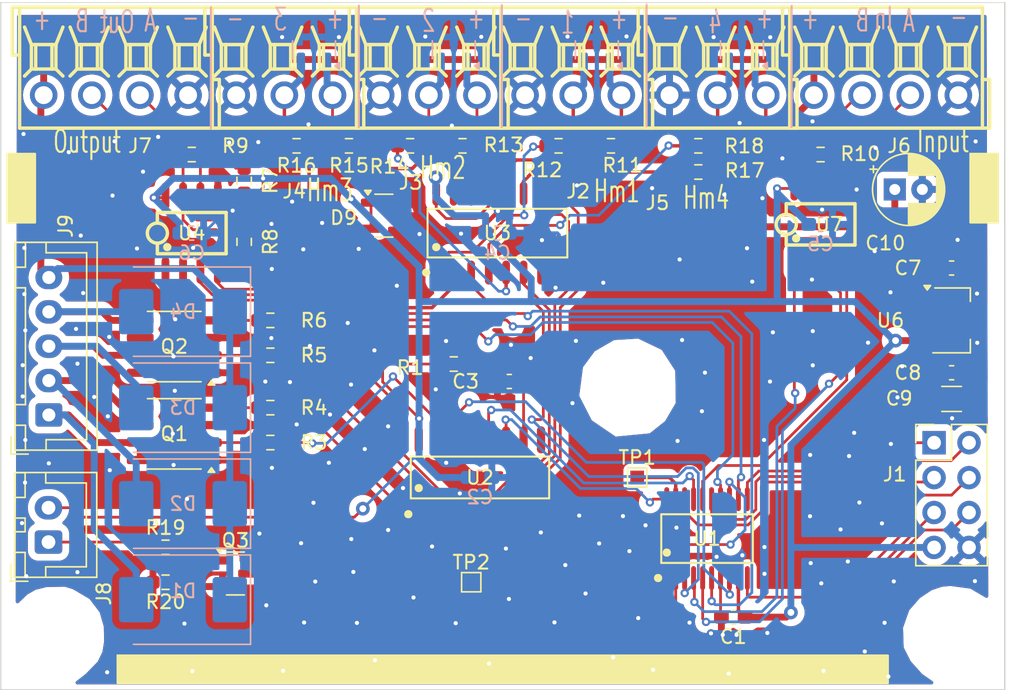
<source format=kicad_pcb>
(kicad_pcb (version 20240108) (generator "pcbnew") (generator_version "8.0")
  (layers (0 "F.Cu" signal) (31 "B.Cu" signal) (34 "B.Paste" user) (35 "F.Paste" user) (36 "B.SilkS" user "B.Silkscreen") (37 "F.SilkS" user "F.Silkscreen") (38 "B.Mask" user) (39 "F.Mask" user) (44 "Edge.Cuts" user))
  (net 0 "")
  (net 1 "GND")
  (net 2 "+5V")
  (net 3 "Net-(U2-~{RCLR})")
  (net 4 "+9V")
  (net 5 "Net-(D1-A)")
  (net 6 "Net-(D2-A)")
  (net 7 "Net-(D3-A)")
  (net 8 "Net-(D4-A)")
  (net 9 "/P1")
  (net 10 "/F1")
  (net 11 "/F2")
  (net 12 "/P2")
  (net 13 "/P3")
  (net 14 "/F3")
  (net 15 "/F4")
  (net 16 "/P4")
  (net 17 "Net-(J6-Pin_2)")
  (net 18 "Net-(J6-Pin_3)")
  (net 19 "Net-(J7-Pin_2)")
  (net 20 "Net-(J7-Pin_3)")
  (net 21 "Net-(J8-Pin_1)")
  (net 22 "/G1")
  (net 23 "/G2")
  (net 24 "/G4")
  (net 25 "/G3")
  (net 26 "Net-(U2-QA)")
  (net 27 "Net-(U2-QB)")
  (net 28 "Net-(U2-QC)")
  (net 29 "Net-(U2-QD)")
  (net 30 "Net-(U1-PA0)")
  (net 31 "Net-(U2-QE)")
  (net 32 "Net-(U1-PA7)")
  (net 33 "/TX")
  (net 34 "Net-(U1-PF0-OSCIN)")
  (net 35 "Net-(U1-PB7)")
  (net 36 "Net-(U1-PA12)")
  (net 37 "Net-(U1-PA1)")
  (net 38 "FREQ-OUT")
  (net 39 "Net-(U1-PA6)")
  (net 40 "Net-(U1-PB5)")
  (net 41 "Net-(U1-PF1-OSCOUT)")
  (net 42 "/RX")
  (net 43 "Net-(U1-PA5)")
  (net 44 "Net-(U2-QG)")
  (net 46 "Net-(U2-QF)")
  (net 47 "Net-(U2-QH)")
  (net 48 "/BOOT0")
  (net 49 "/SWD")
  (net 50 "/SWC")
  (net 51 "/~{RST}")
  (net 52 "Net-(J5-Pin_1)")
  (net 53 "Net-(J5-Pin_2)")
  (net 54 "Net-(J4-Pin_2)")
  (net 55 "Net-(J4-Pin_1)")
  (net 56 "Net-(J3-Pin_1)")
  (net 57 "Net-(J3-Pin_2)")
  (net 58 "Net-(J2-Pin_1)")
  (net 59 "Net-(J2-Pin_2)")
  (net 60 "Net-(Q3-C)")
  (net 61 "Net-(Q3-B)")
  (footprint "Capacitor_THT:CP_Radial_D5.0mm_P2.00mm" (layer "F.Cu") (at 187.004888 61.595)
    (property "Reference" "C10")
    (property "Value" "100")
  )
  (footprint "Resistor_SMD:R_0603_1608Metric_Pad0.98x0.95mm_HandSolder" (layer "F.Cu") (at 147.32 58.42 180)
    (property "Reference" "R15")
    (property "Value" "100")
  )
  (footprint "easyeda2kicad:CONN-TH_DB301R-3.5-3P-GN-S" (layer "F.Cu") (at 163.625 54.7325 180)
    (property "Reference" "J2")
    (property "Value" "HumSnc")
  )
  (footprint "easyeda2kicad:SOIC-16_L9.9-W3.9-P1.27-LS6.0-BL" (layer "F.Cu") (at 156.845 82.55)
    (property "Reference" "U2")
    (property "Value" "74HC594")
  )
  (footprint "local:CONN-TH_DB301R-3.5-4P-GN-S" (layer "F.Cu") (at 132.125 54.7325 180)
    (property "Reference" "J7")
    (property "Value" "Output")
  )
  (footprint "Resistor_SMD:R_0603_1608Metric_Pad0.98x0.95mm_HandSolder" (layer "F.Cu") (at 166.37 58.42)
    (property "Reference" "R11")
    (property "Value" "100")
  )
  (footprint "easyeda2kicad:TSSOP-20_L6.5-W4.4-P0.65-LS6.4-BL" (layer "F.Cu") (at 173.355 86.995)
    (property "Reference" "U1")
    (property "Value" "PY32F003F18P6TU")
  )
  (footprint "easyeda2kicad:SOIC-8_L5.0-W4.0-P1.27-LS6.0-BL" (layer "F.Cu") (at 181.61 64.135)
    (property "Reference" "U7")
    (property "Value" "SP485EEN-L/TR")
  )
  (footprint "Resistor_SMD:R_0603_1608Metric_Pad0.98x0.95mm_HandSolder" (layer "F.Cu") (at 162.56 58.42)
    (property "Reference" "R12")
    (property "Value" "100")
  )
  (footprint "Package_SO:SOIC-8_3.9x4.9mm_P1.27mm" (layer "F.Cu") (at 134.62 73.025 180)
    (property "Reference" "Q2")
    (property "Value" "FDS9926A")
  )
  (footprint "Connector_JST:JST_XH_B5B-XH-A_1x05_P2.50mm_Vertical" (layer "F.Cu") (at 125.5 78 90)
    (property "Reference" "J9")
    (property "Value" "Valves")
  )
  (footprint "Resistor_SMD:R_0603_1608Metric_Pad0.98x0.95mm_HandSolder" (layer "F.Cu") (at 133.985 87.63)
    (property "Reference" "R19")
    (property "Value" "1K")
  )
  (footprint "local:CONN-TH_DB301R-3.5-4P-GN-S" (layer "F.Cu") (at 188.125 54.7325 180)
    (property "Reference" "J6")
    (property "Value" "Input")
  )
  (footprint "Capacitor_SMD:C_0603_1608Metric_Pad1.08x0.95mm_HandSolder" (layer "F.Cu") (at 191.135 74.93)
    (property "Reference" "C8")
    (property "Value" "2.2")
  )
  (footprint "MountingHole:MountingHole_3.2mm_M3" (layer "F.Cu") (at 167.64 76.03 90)
    (property "Reference" "H4" (hide yes))
    (property "Value" "M3" (hide yes))
  )
  (footprint "easyeda2kicad:CONN-TH_DB301R-3.5-3P-GN-S" (layer "F.Cu") (at 142.625 54.7325 180)
    (property "Reference" "J4")
    (property "Value" "HumSnc")
  )
  (footprint "Resistor_SMD:R_0603_1608Metric_Pad0.98x0.95mm_HandSolder" (layer "F.Cu") (at 139.7 65.405 90)
    (property "Reference" "R8")
    (property "Value" "510")
  )
  (footprint "MountingHole:MountingHole_3.2mm_M3" (layer "F.Cu") (at 191.135 94 90)
    (property "Reference" "H2" (hide yes))
    (property "Value" "M3" (hide yes))
  )
  (footprint "Resistor_SMD:R_0603_1608Metric_Pad0.98x0.95mm_HandSolder" (layer "F.Cu") (at 139.7 60.96 90)
    (property "Reference" "R7")
    (property "Value" "510")
  )
  (footprint "TestPoint:TestPoint_Pad_1.0x1.0mm" (layer "F.Cu") (at 156.21 90.17)
    (property "Reference" "TP2")
    (property "Value" "TestPoint")
  )
  (footprint "Package_SO:SOIC-8_3.9x4.9mm_P1.27mm" (layer "F.Cu") (at 134.62 79.375 180)
    (property "Reference" "Q1")
    (property "Value" "FDS9926A")
  )
  (footprint "Resistor_SMD:R_0603_1608Metric_Pad0.98x0.95mm_HandSolder" (layer "F.Cu") (at 154.94 74.295 180)
    (property "Reference" "R1")
    (property "Value" "100K")
  )
  (footprint "easyeda2kicad:SOP-16_L10.0-W3.9-P1.27-LS6.0-BL" (layer "F.Cu") (at 158.115 64.77)
    (property "Reference" "U3")
    (property "Value" "74HC4052")
  )
  (footprint "Resistor_SMD:R_0603_1608Metric_Pad0.98x0.95mm_HandSolder" (layer "F.Cu") (at 141.605 71.12 180)
    (property "Reference" "R6")
    (property "Value" "100")
  )
  (footprint "Package_TO_SOT_SMD:SOT-23" (layer "F.Cu") (at 149.86 63.5)
    (property "Reference" "D9")
    (property "Value" "MMBZ5V6")
  )
  (footprint "Capacitor_SMD:C_1206_3216Metric_Pad1.33x1.80mm_HandSolder" (layer "F.Cu") (at 191.135 76.835)
    (property "Reference" "C9")
    (property "Value" "NP")
  )
  (footprint "TestPoint:TestPoint_Pad_1.0x1.0mm" (layer "F.Cu") (at 168.275 82.55)
    (property "Reference" "TP1")
    (property "Value" "TestPoint")
  )
  (footprint "Resistor_SMD:R_0603_1608Metric_Pad0.98x0.95mm_HandSolder" (layer "F.Cu") (at 172.72 60.325)
    (property "Reference" "R17")
    (property "Value" "100")
  )
  (footprint "Capacitor_SMD:C_0603_1608Metric_Pad1.08x0.95mm_HandSolder" (layer "F.Cu") (at 175.26 92.71 180)
    (property "Reference" "C1")
    (property "Value" "1.0")
  )
  (footprint "Resistor_SMD:R_0603_1608Metric_Pad0.98x0.95mm_HandSolder" (layer "F.Cu") (at 143.51 58.42 180)
    (property "Reference" "R16")
    (property "Value" "100")
  )
  (footprint "Capacitor_SMD:C_0603_1608Metric_Pad1.08x0.95mm_HandSolder" (layer "F.Cu") (at 158.9775 75.565 180)
    (property "Reference" "C3")
    (property "Value" "1.0")
  )
  (footprint "Resistor_SMD:R_0603_1608Metric_Pad0.98x0.95mm_HandSolder" (layer "F.Cu") (at 141.605 73.66 180)
    (property "Reference" "R5")
    (property "Value" "100")
  )
  (footprint "Resistor_SMD:R_0603_1608Metric_Pad0.98x0.95mm_HandSolder" (layer "F.Cu") (at 155.575 58.42)
    (property "Reference" "R13")
    (property "Value" "100")
  )
  (footprint "Resistor_SMD:R_0603_1608Metric_Pad0.98x0.95mm_HandSolder" (layer "F.Cu") (at 172.72 58.42)
    (property "Reference" "R18")
    (property "Value" "100")
  )
  (footprint "Resistor_SMD:R_0603_1608Metric_Pad0.98x0.95mm_HandSolder" (layer "F.Cu") (at 141.605 77.47 180)
    (property "Reference" "R4")
    (property "Value" "100")
  )
  (footprint "Capacitor_SMD:C_0603_1608Metric_Pad1.08x0.95mm_HandSolder" (layer "F.Cu") (at 191.135 67.31)
    (property "Reference" "C7")
    (property "Value" "1.0")
  )
  (footprint "Resistor_SMD:R_0603_1608Metric_Pad0.98x0.95mm_HandSolder" (layer "F.Cu") (at 135.89 59.055 180)
    (property "Reference" "R9")
    (property "Value" "120")
  )
  (footprint "Package_TO_SOT_SMD:SOT-23" (layer "F.Cu") (at 139.065 89.535)
    (property "Reference" "Q3")
    (property "Value" "S9014")
  )
  (footprint "Resistor_SMD:R_0603_1608Metric_Pad0.98x0.95mm_HandSolder" (layer "F.Cu") (at 181.61 59.055 180)
    (property "Reference" "R10")
    (property "Value" "120")
  )
  (footprint "MountingHole:MountingHole_3.2mm_M3" (layer "F.Cu") (at 126 94 90)
    (property "Reference" "H1" (hide yes))
    (property "Value" "M3" (hide yes))
  )
  (footprint "easyeda2kicad:CONN-TH_DB301R-3.5-3P-GN-S" (layer "F.Cu") (at 174.125 54.7325 180)
    (property "Reference" "J5")
    (property "Value" "HumSnc")
  )
  (footprint "Package_TO_SOT_SMD:SOT-89-3" (layer "F.Cu") (at 191.135 71.12)
    (property "Reference" "U6")
    (property "Value" "AP2204R-5.0")
  )
  (footprint "Connector_PinHeader_2.54mm:PinHeader_2x04_P2.54mm_Vertical" (layer "F.Cu") (at 189.86 80.02)
    (property "Reference" "J1")
    (property "Value" "PROG/SWD")
  )
  (footprint "Resistor_SMD:R_0603_1608Metric_Pad0.98x0.95mm_HandSolder" (layer "F.Cu") (at 151.765 58.42)
    (property "Reference" "R14")
    (property "Value" "100")
  )
  (footprint "Resistor_SMD:R_0603_1608Metric_Pad0.98x0.95mm_HandSolder" (layer "F.Cu") (at 141.605 80.01 180)
    (property "Reference" "R3")
    (property "Value" "100")
  )
  (footprint "easyeda2kicad:SOIC-8_L5.0-W4.0-P1.27-LS6.0-BL" (layer "F.Cu") (at 135.89 64.77)
    (property "Reference" "U4")
    (property "Value" "SP485EEN-L/TR")
  )
  (footprint "Connector_JST:JST_XH_B2B-XH-A_1x02_P2.50mm_Vertical" (layer "F.Cu") (at 125.475 87.25 90)
    (property "Reference" "J8")
    (property "Value" "LeakDetect")
  )
  (footprint "easyeda2kicad:CONN-TH_DB301R-3.5-3P-GN-S" (layer "F.Cu") (at 153.125 54.7325 180)
    (property "Reference" "J3")
    (property "Value" "HumSnc")
  )
  (footprint "Resistor_SMD:R_0603_1608Metric_Pad0.98x0.95mm_HandSolder" (layer "F.Cu") (at 133.985 90.17 180)
    (property "Reference" "R20")
    (property "Value" "100K")
  )
  (footprint "Package_TO_SOT_SMD:SOT-23" (layer "B.Cu") (at 144.78 51.435 90)
    (property "Reference" "D6" (hide yes))
    (property "Value" "MMBZ5V6")
  )
  (footprint "Diode_SMD:D_SMC" (layer "B.Cu") (at 135.255 91.44 180)
    (property "Reference" "D1")
    (property "Value" "ES3A")
  )
  (footprint "Package_TO_SOT_SMD:SOT-23" (layer "B.Cu") (at 165.3425 51.435 90)
    (property "Reference" "D8" (hide yes))
    (property "Value" "MMBZ5V6")
  )
  (footprint "Capacitor_SMD:C_0603_1608Metric_Pad1.08x0.95mm_HandSolder" (layer "B.Cu") (at 158.115 64.77)
    (property "Reference" "C4")
    (property "Value" "1.0")
  )
  (footprint "Capacitor_SMD:C_0603_1608Metric_Pad1.08x0.95mm_HandSolder" (layer "B.Cu") (at 135.89 64.77)
    (property "Reference" "C6")
    (property "Value" "1.0")
  )
  (footprint "Diode_SMD:D_SMC" (layer "B.Cu") (at 135.255 84.455 180)
    (property "Reference" "D2")
    (property "Value" "ES3A")
  )
  (footprint "Diode_SMD:D_SMC" (layer "B.Cu") (at 135.255 70.485 180)
    (property "Reference" "D4")
    (property "Value" "ES3A")
  )
  (footprint "Package_TO_SOT_SMD:SOT-23" (layer "B.Cu") (at 154.94 51.435 90)
    (property "Reference" "D7" (hide yes))
    (property "Value" "MMBZ5V6")
  )
  (footprint "Package_TO_SOT_SMD:SOT-23" (layer "B.Cu") (at 175.895 51.435 90)
    (property "Reference" "D5" (hide yes))
    (property "Value" "MMBZ5V6")
  )
  (footprint "Capacitor_SMD:C_0603_1608Metric_Pad1.08x0.95mm_HandSolder" (layer "B.Cu") (at 156.845 82.55)
    (property "Reference" "C2")
    (property "Value" "1.0")
  )
  (footprint "Diode_SMD:D_SMC" (layer "B.Cu") (at 135.255 77.47 180)
    (property "Reference" "D3")
    (property "Value" "ES3A")
  )
  (footprint "Capacitor_SMD:C_0603_1608Metric_Pad1.08x0.95mm_HandSolder" (layer "B.Cu") (at 181.61 64.135)
    (property "Reference" "C5")
    (property "Value" "1.0")
  )
  (gr_line (start 168.96 48.14) (end 168.96 56.98) (stroke (width 0.153)) (layer "B.SilkS"))
  (gr_line (start 137.28 48.33) (end 137.28 57.18) (stroke (width 0.153)) (layer "B.SilkS"))
  (gr_line (start 179.5 48.22) (end 179.5 57.05) (stroke (width 0.153)) (layer "B.SilkS"))
  (gr_line (start 148.04 48.22) (end 148.04 57.07) (stroke (width 0.153)) (layer "B.SilkS"))
  (gr_line (start 158.43 48.18) (end 158.43 57.05) (stroke (width 0.153)) (layer "B.SilkS"))
  (gr_rect (start 192.5 59) (end 194.5 64) (stroke (width 0.153)) (fill solid) (layer "F.SilkS"))
  (gr_rect (start 130.5 95.5) (end 186.5 97.5) (stroke (width 0.153)) (fill solid) (layer "F.SilkS"))
  (gr_rect (start 122.5 59) (end 124.5 64) (stroke (width 0.153)) (fill solid) (layer "F.SilkS"))
  (gr_line (start 195 48) (end 122 48) (stroke (width 0.05)) (layer "Edge.Cuts"))
  (gr_line (start 122 48) (end 122 98) (stroke (width 0.1)) (layer "Edge.Cuts"))
  (gr_line (start 195 98) (end 195 48) (stroke (width 0.1)) (layer "Edge.Cuts"))
  (gr_line (start 122 98) (end 195 98) (stroke (width 0.1)) (layer "Edge.Cuts"))
  (gr_text "A" (at 133.4 50.24 0) (layer "B.SilkS") (effects (font (size 1.6 1) (thickness 0.153)) (justify left bottom mirror)))
  (gr_text "+" (at 167.68 50.07 0) (layer "B.SilkS") (effects (font (size 1.6 1) (thickness 0.153)) (justify left bottom mirror)))
  (gr_text "3" (at 142.91 50.16 0) (layer "B.SilkS") (effects (font (size 1.6 1) (thickness 0.153)) (justify left bottom mirror)))
  (gr_text "B" (at 128.52 50.28 0) (layer "B.SilkS") (effects (font (size 1.6 1) (thickness 0.153)) (justify left bottom mirror)))
  (gr_text "-" (at 192.38 49.93 0) (layer "B.SilkS") (effects (font (size 1.6 1) (thickness 0.153)) (justify left bottom mirror)))
  (gr_text "-" (at 171.4 49.96 0) (layer "B.SilkS") (effects (font (size 1.6 1) (thickness 0.153)) (justify left bottom mirror)))
  (gr_text "+" (at 178.25 50.03 0) (layer "B.SilkS") (effects (font (size 1.6 1) (thickness 0.153)) (justify left bottom mirror)))
  (gr_text "4" (at 174.53 50.37 0) (layer "B.SilkS") (effects (font (size 1.6 1) (thickness 0.153)) (justify left bottom mirror)))
  (gr_text "+" (at 125.73 50.13 0) (layer "B.SilkS") (effects (font (size 1.6 1) (thickness 0.153)) (justify left bottom mirror)))
  (gr_text "+" (at 181.58 50.08 0) (layer "B.SilkS") (effects (font (size 1.6 1) (thickness 0.153)) (justify left bottom mirror)))
  (gr_text "+" (at 157.29 50.05 0) (layer "B.SilkS") (effects (font (size 1.6 1) (thickness 0.153)) (justify left bottom mirror)))
  (gr_text "-" (at 139.77 50.03 0) (layer "B.SilkS") (effects (font (size 1.6 1) (thickness 0.153)) (justify left bottom mirror)))
  (gr_text "-" (at 136.53 49.98 0) (layer "B.SilkS") (effects (font (size 1.6 1) (thickness 0.153)) (justify left bottom mirror)))
  (gr_text "2" (at 153.68 50.26 0) (layer "B.SilkS") (effects (font (size 1.6 1) (thickness 0.153)) (justify left bottom mirror)))
  (gr_text "+" (at 147.03 50.05 0) (layer "B.SilkS") (effects (font (size 1.6 1) (thickness 0.153)) (justify left bottom mirror)))
  (gr_text "B" (at 185.25 50.23 0) (layer "B.SilkS") (effects (font (size 1.6 1) (thickness 0.153)) (justify left bottom mirror)))
  (gr_text "A" (at 188.56 50.27 0) (layer "B.SilkS") (effects (font (size 1.6 1) (thickness 0.153)) (justify left bottom mirror)))
  (gr_text "Out" (at 131.83 50.35 0) (layer "B.SilkS") (effects (font (size 1.6 1) (thickness 0.153)) (justify left bottom mirror)))
  (gr_text "-" (at 150.27 50.01 0) (layer "B.SilkS") (effects (font (size 1.6 1) (thickness 0.153)) (justify left bottom mirror)))
  (gr_text "In" (at 186.98 50.09 0) (layer "B.SilkS") (effects (font (size 1.6 1) (thickness 0.153)) (justify left bottom mirror)))
  (gr_text "1" (at 163.8 50.39 0) (layer "B.SilkS") (effects (font (size 1.6 1) (thickness 0.153)) (justify left bottom mirror)))
  (gr_text "-" (at 160.73 50.03 0) (layer "B.SilkS") (effects (font (size 1.6 1) (thickness 0.153)) (justify left bottom mirror)))
  (gr_text "Hm2" (at 152.37 60.96 0) (layer "F.SilkS") (effects (font (size 1.6 1) (thickness 0.153)) (justify left bottom)))
  (gr_text "Hm4" (at 171.52 63.14 0) (layer "F.SilkS") (effects (font (size 1.6 1) (thickness 0.153)) (justify left bottom)))
  (gr_text "Hm3" (at 144.16 62.59 0) (layer "F.SilkS") (effects (font (size 1.6 1) (thickness 0.153)) (justify left bottom)))
  (gr_text "Output" (at 125.73 59.055 0) (layer "F.SilkS") (effects (font (size 1.6 1) (thickness 0.153)) (justify left bottom)))
  (gr_text "Hm1" (at 165.02 62.66 0) (layer "F.SilkS") (effects (font (size 1.6 1) (thickness 0.153)) (justify left bottom)))
  (gr_text "Input" (at 190.5 57.15 0) (layer "F.SilkS") (effects (font (size 1.6 1) (thickness 0.153)) (justify top)))
  (segment (start 135.03 78.84) (end 134.51 79.36) (width 0.5) (layer "F.Cu") (net 1))
  (segment (start 135.03 80.85) (end 135.46 81.28) (width 0.5) (layer "F.Cu") (net 1))
  (segment (start 187.96 71.12) (end 187.325 70.485) (width 0.5) (layer "F.Cu") (net 1))
  (segment (start 184.23 61.6) (end 183.685 61.6) (width 0.2) (layer "F.Cu") (net 1))
  (segment (start 190.73 71.12) (end 189.2725 71.12) (width 0.5) (layer "F.Cu") (net 1))
  (segment (start 135.26 67.48) (end 135.26 66.57) (width 0.2) (layer "F.Cu") (net 1))
  (segment (start 191.9975 74.93) (end 192.6975 75.63) (width 0.5) (layer "F.Cu") (net 1))
  (segment (start 135.03 78.75) (end 135.03 78.84) (width 0.5) (layer "F.Cu") (net 1))
  (segment (start 192.01 73.809172) (end 192.01 72.4) (width 0.5) (layer "F.Cu") (net 1))
  (segment (start 137.095 74.93) (end 135.1 74.93) (width 0.5) (layer "F.Cu") (net 1))
  (segment (start 174.335 92.6475) (end 174.3975 92.71) (width 0.2) (layer "F.Cu") (net 1))
  (segment (start 139.7 64.4925) (end 139.7 63.97) (width 0.2) (layer "F.Cu") (net 1))
  (segment (start 161.285 67.64) (end 162.555 67.64) (width 0.5) (layer "F.Cu") (net 1))
  (segment (start 180.98 66.845) (end 180.98 68.15) (width 0.2) (layer "F.Cu") (net 1))
  (segment (start 161.27 86.55) (end 161.27 85.305) (width 0.2) (layer "F.Cu") (net 1))
  (segment (start 139.7 63.97) (end 138.865 63.135) (width 0.2) (layer "F.Cu") (net 1))
  (segment (start 135.46 81.28) (end 137.095 81.28) (width 0.5) (layer "F.Cu") (net 1))
  (segment (start 137.095 72.39) (end 135.31 72.39) (width 0.5) (layer "F.Cu") (net 1))
  (segment (start 151.11 63.5) (end 152.45 64.84) (width 0.2) (layer "F.Cu") (net 1))
  (segment (start 138.865 63.135) (end 137.79 62.06) (width 0.2) (layer "F.Cu") (net 1))
  (segment (start 134.51 79.36) (end 135.03 79.88) (width 0.5) (layer "F.Cu") (net 1))
  (segment (start 134.66 76.24) (end 135.03 76.61) (width 0.5) (layer "F.Cu") (net 1))
  (segment (start 134.56 73.74) (end 135.03 74.21) (width 0.5) (layer "F.Cu") (net 1))
  (segment (start 191.9975 74.93) (end 191.9975 73.821672) (width 0.5) (layer "F.Cu") (net 1))
  (segment (start 135.26 66.57) (end 135.99 65.84) (width 0.2) (layer "F.Cu") (net 1))
  (segment (start 135.31 72.39) (end 135.03 72.67) (width 0.5) (layer "F.Cu") (net 1))
  (segment (start 189.2725 71.12) (end 187.96 71.12) (width 0.5) (layer "F.Cu") (net 1))
  (segment (start 162.34 68.74) (end 162.555 68.525) (width 0.25) (layer "F.Cu") (net 1))
  (segment (start 190.86 71.12) (end 189.2725 71.12) (width 0.5) (layer "F.Cu") (net 1))
  (segment (start 135.03 72.67) (end 135.03 73.27) (width 0.5) (layer "F.Cu") (net 1))
  (segment (start 135.03 73.27) (end 134.56 73.74) (width 0.5) (layer "F.Cu") (net 1))
  (segment (start 135.04 78.74) (end 135.03 78.75) (width 0.5) (layer "F.Cu") (net 1))
  (segment (start 192.6975 75.63) (end 192.6975 76.835) (width 0.5) (layer "F.Cu") (net 1))
  (segment (start 183.685 61.6) (end 183.51 61.425) (width 0.2) (layer "F.Cu") (net 1))
  (segment (start 135.03 75.87) (end 134.66 76.24) (width 0.5) (layer "F.Cu") (net 1))
  (segment (start 150.7975 63.5) (end 151.11 63.5) (width 0.2) (layer "F.Cu") (net 1))
  (segment (start 174.335 89.865) (end 174.335 92.6475) (width 0.2) (layer "F.Cu") (net 1))
  (segment (start 135.03 76.61) (end 135.03 78.75) (width 0.5) (layer "F.Cu") (net 1))
  (segment (start 191.9975 68.418328) (end 192 68.420828) (width 0.5) (layer "F.Cu") (net 1))
  (segment (start 161.27 85.305) (end 161.285 85.29) (width 0.2) (layer "F.Cu") (net 1))
  (segment (start 135.03 79.88) (end 135.03 80.85) (width 0.5) (layer "F.Cu") (net 1))
  (segment (start 191.9975 73.821672) (end 192.01 73.809172) (width 0.5) (layer "F.Cu") (net 1))
  (segment (start 135.03 74.21) (end 135.03 75) (width 0.5) (layer "F.Cu") (net 1))
  (segment (start 192 68.420828) (end 192 69.98) (width 0.5) (layer "F.Cu") (net 1))
  (segment (start 162.555 68.525) (end 162.555 67.64) (width 0.25) (layer "F.Cu") (net 1))
  (segment (start 192 69.98) (end 190.86 71.12) (width 0.5) (layer "F.Cu") (net 1))
  (segment (start 137.095 78.74) (end 135.04 78.74) (width 0.5) (layer "F.Cu") (net 1))
  (segment (start 192.01 72.4) (end 190.73 71.12) (width 0.5) (layer "F.Cu") (net 1))
  (segment (start 135.1 74.93) (end 135.03 75) (width 0.5) (layer "F.Cu") (net 1))
  (segment (start 135.03 75) (end 135.03 75.87) (width 0.5) (layer "F.Cu") (net 1))
  (segment (start 191.9975 67.31) (end 191.9975 68.418328) (width 0.5) (layer "F.Cu") (net 1))
  (via (at 152.87 50.47) (size 0.6) (drill 0.3) (layers "F.Cu" "B.Cu") (net 1))
  (via (at 154.38 72.62) (size 0.6) (drill 0.3) (layers "F.Cu" "B.Cu") (net 1))
  (via (at 130.28 58.09) (size 0.6) (drill 0.3) (layers "F.Cu" "B.Cu") (net 1))
  (via (at 167.71 87.91) (size 0.6) (drill 0.3) (layers "F.Cu" "B.Cu") (net 1))
  (via (at 176.26 65.87) (size 0.6) (drill 0.3) (layers "F.Cu" "B.Cu") (net 1))
  (via (at 168.88 86.03) (size 0.6) (drill 0.3) (layers "F.Cu" "B.Cu") (net 1))
  (via (at 152.01 91.28) (size 0.6) (drill 0.3) (layers "F.Cu" "B.Cu") (net 1))
  (via (at 173.2 74.92) (size 0.6) (drill 0.3) (layers "F.Cu" "B.Cu") (net 1))
  (via (at 171.13 86.2) (size 0.6) (drill 0.3) (layers "F.Cu" "B.Cu") (net 1))
  (via (at 169.43 96.54) (size 0.6) (drill 0.3) (layers "F.Cu" "B.Cu") (net 1))
  (via (at 141.24 75.57) (size 0.6) (drill 0.3) (layers "F.Cu" "B.Cu") (net 1))
  (via (at 186.54 97.03) (size 0.6) (drill 0.3) (layers "F.Cu" "B.Cu") (net 1))
  (via (at 187.2 76.72) (size 0.6) (drill 0.3) (layers "F.Cu" "B.Cu") (net 1))
  (via (at 129.79 78.1) (size 0.6) (drill 0.3) (layers "F.Cu" "B.Cu") (net 1))
  (via (at 123.6 74.38) (size 0.6) (drill 0.3) (layers "F.Cu" "B.Cu") (net 1))
  (via (at 143.03 75.61) (size 0.6) (drill 0.3) (layers "F.Cu" "B.Cu") (net 1))
  (via (at 181.02 56.64) (size 0.6) (drill 0.3) (layers "F.Cu" "B.Cu") (net 1))
  (via (at 158.15 63.16) (size 0.6) (drill 0.3) (layers "F.Cu" "B.Cu") (net 1))
  (via (at 134.56 73.74) (size 0.6) (drill 0.3) (layers "F.Cu" "B.Cu") (net 1))
  (via (at 154.39 81.48) (size 0.6) (drill 0.3) (layers "F.Cu" "B.Cu") (net 1))
  (via (at 134.51 79.36) (size 0.6) (drill 0.3) (layers "F.Cu" "B.Cu") (net 1))
  (via (at 186.07 85.89) (size 0.6) (drill 0.3) (layers "F.Cu" "B.Cu") (net 1))
  (via (at 151.25 83.32) (size 0.6) (drill 0.3) (layers "F.Cu" "B.Cu") (net 1))
  (via (at 181.04 74.39) (size 0.6) (drill 0.3) (layers "F.Cu" "B.Cu") (net 1))
  (via (at 153.36 87.57) (size 0.6) (drill 0.3) (layers "F.Cu" "B.Cu") (net 1))
  (via (at 141.71 67.38) (size 0.6) (drill 0.3) (layers "F.Cu" "B.Cu") (net 1))
  (via (at 185.54 66.08) (size 0.6) (drill 0.3) (layers "F.Cu" "B.Cu") (net 1))
  (via (at 183.06 86.33) (size 0.6) (drill 0.3) (layers "F.Cu" "B.Cu") (net 1))
  (via (at 152.45 64.84) (size 0.6) (drill 0.3) (layers "F.Cu" "B.Cu") (net 1))
  (via (at 157.5 96.09) (size 0.6) (drill 0.3) (layers "F.Cu" "B.Cu") (net 1))
  (via (at 148.03 65.92) (size 0.6) (drill 0.3) (layers "F.Cu" "B.Cu") (net 1))
  (via (at 147.9 93.13) (size 0.6) (drill 0.3) (layers "F.Cu" "B.Cu") (net 1))
  (via (at 123.72 69.21) (size 0.6) (drill 0.3) (layers "F.Cu" "B.Cu") (net 1))
  (via (at 167.24 85.36) (size 0.6) (drill 0.3) (layers "F.Cu" "B.Cu") (net 1))
  (via (at 144.38 56.86) (size 0.6) (drill 0.3) (layers "F.Cu" "B.Cu") (net 1))
  (via (at 141.31 91.85) (size 0.6) (drill 0.3) (layers "F.Cu" "B.Cu") (net 1))
  (via (at 144 65.95) (size 0.6) (drill 0.3) (layers "F.Cu" "B.Cu") (net 1))
  (via (at 123.79 79.82) (size 0.6) (drill 0.3) (layers "F.Cu" "B.Cu") (net 1))
  (via (at 150.17 86.37) (size 0.6) (drill 0.3) (layers "F.Cu" "B.Cu") (net 1))
  (via (at 193 72.75) (size 0.6) (drill 0.3) (layers "F.Cu" "B.Cu") (net 1))
  (via (at 174.61 61.97) (size 0.6) (drill 0.3) (layers "F.Cu" "B.Cu") (net 1))
  (via (at 175.72 56.76) (size 0.6) (drill 0.3) (layers "F.Cu" "B.Cu") (net 1))
  (via (at 178.14 71.99) (size 0.6) (drill 0.3) (layers "F.Cu" "B.Cu") (net 1))
  (via (at 127.58 74.27) (size 0.6) (drill 0.3) (layers "F.Cu" "B.Cu") (net 1))
  (via (at 144.48 72.98) (size 0.6) (drill 0.3) (layers "F.Cu" "B.Cu") (net 1))
  (via (at 145.94 77.97) (size 0.6) (drill 0.3) (layers "F.Cu" "B.Cu") (net 1))
  (via (at 171.21 79.89) (size 0.6) (drill 0.3) (layers "F.Cu" "B.Cu") (net 1))
  (via (at 144.87 90.12) (size 0.6) (drill 0.3) (layers "F.Cu" "B.Cu") (net 1))
  (via (at 135.99 65.84) (size 0.6) (drill 0.3) (layers "F.Cu" "B.Cu") (net 1))
  (via (at 178.83 59.33) (size 0.6) (drill 0.3) (layers "F.Cu" "B.Cu") (net 1))
  (via (at 134.66 76.24) (size 0.6) (drill 0.3) (layers "F.Cu" "B.Cu") (net 1))
  (via (at 180.89 88.78) (size 0.6) (drill 0.3) (layers "F.Cu" "B.Cu") (net 1))
  (via (at 183.68 80.99) (size 0.6) (drill 0.3) (layers "F.Cu" "B.Cu") (net 1))
  (via (at 184.23 61.6) (size 0.6) (drill 0.3) (layers "F.Cu" "B.Cu") (net 1))
  (via (at 129.93 82.02) (size 0.6) (drill 0.3) (layers "F.Cu" "B.Cu") (net 1))
  (via (at 127.48 71.74) (size 0.6) (drill 0.3) (layers "F.Cu" "B.Cu") (net 1))
  (via (at 147.64 89.42) (size 0.6) (drill 0.3) (layers "F.Cu" "B.Cu") (net 1))
  (via (at 172.08 93.11) (size 0.6) (drill 0.3) (layers "F.Cu" "B.Cu") (net 1))
  (via (at 147.49 87.03) (size 0.6) (drill 0.3) (layers "F.Cu" "B.Cu") (net 1))
  (via (at 163.82 72.61) (size 0.6) (drill 0.3) (layers "F.Cu" "B.Cu") (net 1))
  (via (at 155.47 64.81) (size 0.6) (drill 0.3) (layers "F.Cu" "B.Cu") (net 1))
  (via (at 153.63 76.14) (size 0.6) (drill 0.3) (layers "F.Cu" "B.Cu") (net 1))
  (via (at 143.52 78.69) (size 0.6) (drill 0.3) (layers "F.Cu" "B.Cu") (net 1))
  (via (at 135.36 93.18) (size 0.6) (drill 0.3) (layers "F.Cu" "B.Cu") (net 1))
  (via (at 183.59 88.66) (size 0.6) (drill 0.3) (layers "F.Cu" "B.Cu") (net 1))
  (via (at 129.74 96.72) (size 0.6) (drill 0.3) (layers "F.Cu" "B.Cu") (net 1))
  (via (at 123.55 85.87) (size 0.6) (drill 0.3) (layers "F.Cu" "B.Cu") (net 1))
  (via (at 132.35 60.3) (size 0.6) (drill 0.3) (layers "F.Cu" "B.Cu") (net 1))
  (via (at 184.43 84.37) (size 0.6) (drill 0.3) (layers "F.Cu" "B.Cu") (net 1))
  (via (at 192.83 90.09) (size 0.6) (drill 0.3) (layers "F.Cu" "B.Cu") (net 1))
  (via (at 180.84 85.37) (size 0.6) (drill 0.3) (layers "F.Cu" "B.Cu") (net 1))
  (via (at 163.05 88.92) (size 0.6) (drill 0.3) (layers "F.Cu" "B.Cu") (net 1))
  (via (at 159.1 72.9) (size 0.6) (drill 0.3) (layers "F.Cu" "B.Cu") (net 1))
  (via (at 167.5 50.46) (size 0.6) (drill 0.3) (layers "F.Cu" "B.Cu") (net 1))
  (via (at 165.81 68.38) (size 0.6) (drill 0.3) (layers "F.Cu" "B.Cu") (net 1))
  (via (at 173.64 93.89) (size 0.6) (drill 0.3) (layers "F.Cu" "B.Cu") (net 1))
  (via (at 123.79 71.85) (size 0.6) (drill 0.3) (layers "F.Cu" "B.Cu") (net 1))
  (via (at 163.21 50.47) (size 0.6) (drill 0.3) (layers "F.Cu" "B.Cu") (net 1))
  (via (at 171.54 72.55) (size 0.6) (drill 0.3) (layers "F.Cu" "B.Cu") (net 1))
  (via (at 129.89 72.32) (size 0.6) (drill 0.3) (layers "F.Cu" "B.Cu") (net 1))
  (via (at 133.45 57.77) (size 0.6) (drill 0.3) (layers "F.Cu" "B.Cu") (net 1))
  (via (at 163.57 77.14) (size 0.6) (drill 0.3) (layers "F.Cu" "B.Cu") (net 1))
  (via (at 186.26 93.12) (size 0.6) (drill 0.3) (layers "F.Cu" "B.Cu") (net 1))
  (via (at 155.08 93.15) (size 0.6) (drill 0.3) (layers "F.Cu" "B.Cu") (net 1))
  (via (at 162.34 68.74) (size 0.6) (drill 0.3) (layers "F.Cu" "B.Cu") (net 1))
  (via (at 180.98 68.15) (size 0.6) (drill 0.3) (layers "F.Cu" "B.Cu") (net 1))
  (via (at 181.82 96.62) (size 0.6) (drill 0.3) (layers "F.Cu" "B.Cu") (net 1))
  (via (at 160.53 73.86) (size 0.6) (drill 0.3) (layers "F.Cu" "B.Cu") (net 1))
  (via (at 130.13 62.04) (size 0.6) (drill 0.3) (layers "F.Cu" "B.Cu") (net 1))
  (via (at 164.52 90.99) (size 0.6) (drill 0.3) (layers "F.Cu" "B.Cu") (net 1))
  (via (at 138.61 58.18) (size 0.6) (drill 0.3) (layers "F.Cu" "B.Cu") (net 1))
  (via (at 134.69 71.04) (size 0.6) (drill 0.3) (layers "F.Cu" "B.Cu") (net 1))
  (via (at 149.21 95.85) (size 0.6) (drill 0.3) (layers "F.Cu" "B.Cu") (net 1))
  (via (at 147.47 75.79) (size 0.6) (drill 0.3) (layers "F.Cu" "B.Cu") (net 1))
  (via (at 123.6 76.65) (size 0.6) (drill 0.3) (layers "F.Cu" "B.Cu") (net 1))
  (via (at 123.77 82.92) (size 0.6) (drill 0.3) (layers "F.Cu" "B.Cu") (net 1))
  (via (at 185.06 72.74) (size 0.6) (drill 0.3) (layers "F.Cu" "B.Cu") (net 1))
  (via (at 165.51 87.35) (size 0.6) (drill 0.3) (layers "F.Cu" "B.Cu") (net 1))
  (via (at 162.26 93.09) (size 0.6) (drill 0.3) (layers "F.Cu" "B.Cu") (net 1))
  (via (at 177.53 87.61) (size 0.6) (drill 0.3) (layers "F.Cu" "B.Cu") (net 1))
  (via (at 175.5 94) (size 0.6) (drill 0.3) (layers "F.Cu" "B.Cu") (net 1))
  (via (at 177.93 75.57) (size 0.6) (drill 0.3) (layers "F.Cu" "B.Cu") (net 1))
  (via (at 150.17 78.83) (size 0.6) (drill 0.3) (layers "F.Cu" "B.Cu") (net 1))
  (via (at 174.05 88.32) (size 0.6) (drill 0.3) (layers "F.Cu" "B.Cu") (net 1))
  (via (at 141.69 64.1) (size 0.6) (drill 0.3) (layers "F.Cu" "B.Cu") (net 1))
  (via (at 158.73 87.72) (size 0.6) (drill 0.3) (layers "F.Cu" "B.Cu") (net 1))
  (via (at 169.36 61.5) (size 0.6) (drill 0.3) (layers "F.Cu" "B.Cu") (net 1))
  (via (at 191.57 65.26) (size 0.6) (drill 0.3) (layers "F.Cu" "B.Cu") (net 1))
  (via (at 181.66 90.25) (size 0.6) (drill 0.3) (layers "F.Cu" "B.Cu") (net 1))
  (via (at 161.27 86.55) (size 0.6) (drill 0.3) (layers "F.Cu" "B.Cu") (net 1))
  (via (at 140.73 58.15) (size 0.6) (drill 0.3) (layers "F.Cu" "B.Cu") (net 1))
  (via (at 177.95 50.52) (size 0.6) (drill 0.3) (layers "F.Cu" "B.Cu") (net 1))
  (via (at 146.59 50.51) (size 0.6) (drill 0.3) (layers "F.Cu" "B.Cu") (net 1))
  (via (at 186.69 69.08) (size 0.6) (drill 0.3) (layers "F.Cu" "B.Cu") (net 1))
  (via (at 177.74 93.86) (size 0.6) (drill 0.3) (layers "F.Cu" "B.Cu") (net 1))
  (via (at 155.38 83.71) (size 0.6) (drill 0.3) (layers "F.Cu" "B.Cu") (net 1))
  (via (at 174.93 96.82) (size 0.6) (drill 0.3) (layers "F.Cu" "B.Cu") (net 1))
  (via (at 145.37 64.03) (size 0.6) (drill 0.3) (layers "F.Cu" "B.Cu") (net 1))
  (via (at 128.8 76.69) (size 0.6) (drill 0.3) (layers "F.Cu" "B.Cu") (net 1))
  (via (at 149.17 73.3) (size 0.6) (drill 0.3) (layers "F.Cu" "B.Cu") (net 1))
  (via (at 171.36 66.69) (size 0.6) (drill 0.3) (layers "F.Cu" "B.Cu") (net 1))
  (via (at 134.57 81.64) (size 0.6) (drill 0.3) (layers "F.Cu" "B.Cu") (net 1))
  (via (at 127.82 64.95) (size 0.6) (drill 0.3) (layers "F.Cu" "B.Cu") (net 1))
  (via (at 142.46 50.51) (size 0.6) (drill 0.3) (layers "F.Cu" "B.Cu") (net 1))
  (via (at 184.05 79.3) (size 0.6) (drill 0.3) (layers "F.Cu" "B.Cu") (net 1))
  (via (at 143.84 87.33) (size 0.6) (drill 0.3) (layers "F.Cu" "B.Cu") (net 1))
  (via (at 187.54 74.46) (size 0.6) (drill 0.3) (layers "F.Cu" "B.Cu") (net 1))
  (via (at 163.89 61.3) (size 0.6) (drill 0.3) (layers "F.Cu" "B.Cu") (net 1))
  (via (at 186.93 90.11) (size 0.6) (drill 0.3) (layers "F.Cu" "B.Cu") (net 1))
  (via (at 143.19 62.48) (size 0.6) (drill 0.3) (layers "F.Cu" "B.Cu") (net 1))
  (via (at 192.98 69.17) (size 0.6) (drill 0.3) (layers "F.Cu" "B.Cu") (net 1))
  (via (at 181.72 63.06) (size 0.6) (drill 0.3) (layers "F.Cu" "B.Cu") (net 1))
  (via (at 145.86 81.48) (size 0.6) (drill 0.3) (layers "F.Cu" "B.Cu") (net 1))
  (via (at 192.88 58.1) (size 0.6) (drill 0.3) (layers "F.Cu" "B.Cu") (net 1))
  (via (at 177.53 89.56) (size 0.6) (drill 0.3) (layers "F.Cu" "B.Cu") (net 1))
  (via (at 148.47 80.48) (size 0.6) (drill 0.3) (layers "F.Cu" "B.Cu") (net 1))
  (via (at 128 69.13) (size 0.6) (drill 0.3) (layers "F.Cu" "B.Cu") (net 1))
  (via (at 138.865 63.135) (size 0.6) (drill 0.3) (layers "F.Cu" "B.Cu") (net 1))
  (via (at 156.94 50.49) (size 0.6) (drill 0.3) (layers "F.Cu" "B.Cu") (net 1))
  (via (at 127.58 89.44) (size 0.6) (drill 0.3) (layers "F.Cu" "B.Cu") (net 1))
  (via (at 144.74 84.39) (size 0.6) (drill 0.3) (layers "F.Cu" "B.Cu") (net 1))
  (via (at 140.81 86.63) (size 0.6) (drill 0.3) (layers "F.Cu" "B.Cu") (net 1))
  (via (at 123.66 57.56) (size 0.6) (drill 0.3) (layers "F.Cu" "B.Cu") (net 1))
  (via (at 123.86 89.73) (size 0.6) (drill 0.3) (layers "F.Cu" "B.Cu") (net 1))
  (via (at 131.91 65.89) (size 0.6) (drill 0.3) (layers "F.Cu" "B.Cu") (net 1))
  (via (at 141.68 72.41) (size 0.6) (drill 0.3) (layers "F.Cu" "B.Cu") (net 1))
  (via (at 186.72 80.11) (size 0.6) (drill 0.3) (layers "F.Cu" "B.Cu") (net 1))
  (via (at 141.72 81.85) (size 0.6) (drill 0.3) (layers "F.Cu" "B.Cu") (net 1))
  (via (at 180.85 80.91) (size 0.6) (drill 0.3) (layers "F.Cu" "B.Cu") (net 1))
  (via (at 177.5 79.82) (size 0.6) (drill 0.3) (layers "F.Cu" "B.Cu") (net 1))
  (via (at 184.82 95.21) (size 0.6) (drill 0.3) (layers "F.Cu" "B.Cu") (net 1))
  (via (at 172.98 77.73) (size 0.6) (drill 0.3) (layers "F.Cu" "B.Cu") (net 1))
  (via (at 164.06 85.32) (size 0.6) (drill 0.3) (layers "F.Cu" "B.Cu") (net 1))
  (via (at 176.64 68.3) (size 0.6) (drill 0.3) (layers "F.Cu" "B.Cu") (net 1))
  (via (at 173.83 50.51) (size 0.6) (drill 0.3) (layers "F.Cu" "B.Cu") (net 1))
  (via (at 158.95 91.39) (size 0.6) (drill 0.3) (layers "F.Cu" "B.Cu") (net 1))
  (via (at 161.35 65.28) (size 0.6) (drill 0.3) (layers "F.Cu" "B.Cu") (net 1))
  (via (at 123.72 65.85) (size 0.6) (drill 0.3) (layers "F.Cu" "B.Cu") (net 1))
  (via (at 154.8 56.95) (size 0.6) (drill 0.3) (layers "F.Cu" "B.Cu") (net 1))
  (via (at 166.53 95.64) (size 0.6) (drill 0.3) (layers "F.Cu" "B.Cu") (net 1))
  (via (at 181.04 71.9) (size 0.6) (drill 0.3) (layers "F.Cu" "B.Cu") (net 1))
  (via (at 125.5 81.52) (size 0.6) (drill 0.3) (layers "F.Cu" "B.Cu") (net 1))
  (via (at 174.5 94) (size 0.6) (drill 0.3) (layers "F.Cu" "B.Cu") (net 1))
  (via (at 185.61 58.57) (size 0.6) (drill 0.3) (layers "F.Cu" "B.Cu") (net 1))
  (via (at 168.35 92.78) (size 0.6) (drill 0.3) (layers "F.Cu" "B.Cu") (net 1))
  (via (at 177.38 62.23) (size 0.6) (drill 0.3) (layers "F.Cu" "B.Cu") (net 1))
  (via (at 144.06 93.1) (size 0.6) (drill 0.3) (layers "F.Cu" "B.Cu") (net 1))
  (via (at 150.8 68.6) (size 0.6) (drill 0.3) (layers "F.Cu" "B.Cu") (net 1))
  (via (at 147.23 71.31) (size 0.6) (drill 0.3) (layers "F.Cu" "B.Cu") (net 1))
  (via (at 135.93 96.64) (size 0.6) (drill 0.3) (layers "F.Cu" "B.Cu") (net 1))
  (via (at 142.53 96.61) (size 0.6) (drill 0.3) (layers "F.Cu" "B.Cu") (net 1))
  (via (at 175.92 88.21) (size 0.6) (drill 0.3) (layers "F.Cu" "B.Cu") (net 1))
  (via (at 126.95 58.88) (size 0.6) (drill 0.3) (layers "F.Cu" "B.Cu") (net 1))
  (via (at 135.55 84.11) (size 0.6) (drill 0.3) (layers "F.Cu" "B.Cu") (net 1))
  (via (at 191.17 78.24) (size 0.6) (drill 0.3) (layers "F.Cu" "B.Cu") (net 1))
  (segment (start 162.47 64.77) (end 162.55 64.85) (width 0.25) (layer "B.Cu") (net 1))
  (segment (start 135.99 65.84) (end 136.45 65.84) (width 0.2) (layer "B.Cu") (net 1))
  (segment (start 180.98 68.15) (end 182.4725 66.6575) (width 0.2) (layer "B.Cu") (net 1))
  (segment (start 167.4625 50.4975) (end 167.5 50.46) (width 0.5) (layer "B.Cu") (net 1))
  (segment (start 161.27 83.96) (end 161.27 86.55) (width 0.2) (layer "B.Cu") (net 1))
  (segment (start 173.8175 50.4975) (end 173.83 50.51) (width 0.5) (layer "B.Cu") (net 1))
  (segment (start 162.6 64.9) (end 162.6 67.55) (width 0.25) (layer "B.Cu") (net 1))
  (segment (start 175.895 50.4975) (end 177.9275 50.4975) (width 0.5) (layer "B.Cu") (net 1))
  (segment (start 146.59 50.51) (end 146.6025 50.4975) (width 0.5) (layer "B.Cu") (net 1))
  (segment (start 163.1825 50.4975) (end 163.21 50.47) (width 0.5) (layer "B.Cu") (net 1))
  (segment (start 162.55 64.85) (end 162.6 64.9) (width 0.2) (layer "B.Cu") (net 1))
  (segment (start 156.9325 50.4975) (end 156.94 50.49) (width 0.5) (layer "B.Cu") (net 1))
  (segment (start 156.9475 50.4975) (end 163.1825 50.4975) (width 0.5) (layer "B.Cu") (net 1))
  (segment (start 157.7075 82.55) (end 159.86 82.55) (width 0.2) (layer "B.Cu") (net 1))
  (segment (start 167.5375 50.4975) (end 173.8175 50.4975) (width 0.5) (layer "B.Cu") (net 1))
  (segment (start 152.87 50.47) (end 152.8975 50.4975) (width 0.5) (layer "B.Cu") (net 1))
  (segment (start 154.94 50.4975) (end 156.9325 50.4975) (width 0.5) (layer "B.Cu") (net 1))
  (segment (start 152.8425 50.4975) (end 152.87 50.47) (width 0.5) (layer "B.Cu") (net 1))
  (segment (start 142.4725 50.4975) (end 144.78 50.4975) (width 0.5) (layer "B.Cu") (net 1))
  (segment (start 156.94 50.49) (end 156.9475 50.4975) (width 0.5) (layer "B.Cu") (net 1))
  (segment (start 136.45 65.84) (end 136.7525 65.5375) (width 0.2) (layer "B.Cu") (net 1))
  (segment (start 173.83 50.51) (end 173.8425 50.4975) (width 0.5) (layer "B.Cu") (net 1))
  (segment (start 163.21 50.47) (end 163.2375 50.4975) (width 0.5) (layer "B.Cu") (net 1))
  (segment (start 182.4725 63.3575) (end 184.23 61.6) (width 0.2) (layer "B.Cu") (net 1))
  (segment (start 162.6 67.55) (end 162.6 68.48) (width 0.25) (layer "B.Cu") (net 1))
  (segment (start 152.8975 50.4975) (end 154.94 50.4975) (width 0.5) (layer "B.Cu") (net 1))
  (segment (start 182.4725 66.6575) (end 182.4725 64.135) (width 0.2) (layer "B.Cu") (net 1))
  (segment (start 182.4725 64.135) (end 182.4725 63.3575) (width 0.2) (layer "B.Cu") (net 1))
  (segment (start 146.6025 50.4975) (end 152.8425 50.4975) (width 0.5) (layer "B.Cu") (net 1))
  (segment (start 162.6 68.48) (end 162.34 68.74) (width 0.25) (layer "B.Cu") (net 1))
  (segment (start 177.9275 50.4975) (end 177.95 50.52) (width 0.5) (layer "B.Cu") (net 1))
  (segment (start 138.865 63.135) (end 138.3875 63.135) (width 0.2) (layer "B.Cu") (net 1))
  (segment (start 138.3875 63.135) (end 136.7525 64.77) (width 0.2) (layer "B.Cu") (net 1))
  (segment (start 167.5 50.46) (end 167.5375 50.4975) (width 0.5) (layer "B.Cu") (net 1))
  (segment (start 136.7525 65.5375) (end 136.7525 64.77) (width 0.2) (layer "B.Cu") (net 1))
  (segment (start 163.2375 50.4975) (end 165.3425 50.4975) (width 0.5) (layer "B.Cu") (net 1))
  (segment (start 144.78 50.4975) (end 146.5775 50.4975) (width 0.5) (layer "B.Cu") (net 1))
  (segment (start 159.86 82.55) (end 161.27 83.96) (width 0.2) (layer "B.Cu") (net 1))
  (segment (start 158.9775 64.77) (end 162.47 64.77) (width 0.25) (layer "B.Cu") (net 1))
  (segment (start 165.3425 50.4975) (end 167.4625 50.4975) (width 0.5) (layer "B.Cu") (net 1))
  (segment (start 146.5775 50.4975) (end 146.59 50.51) (width 0.5) (layer "B.Cu") (net 1))
  (segment (start 173.8425 50.4975) (end 175.895 50.4975) (width 0.5) (layer "B.Cu") (net 1))
  (segment (start 142.46 50.51) (end 142.4725 50.4975) (width 0.5) (layer "B.Cu") (net 1))
  (segment (start 141.08 61.45) (end 140.6575 61.8725) (width 0.2) (layer "F.Cu") (net 2))
  (segment (start 133.85 62.19) (end 133.98 62.06) (width 0.2) (layer "F.Cu") (net 2))
  (segment (start 189.185 72.62) (end 189.185 73.8425) (width 0.5) (layer "F.Cu") (net 2))
  (segment (start 149.77 75.594314) (end 152.42 78.244314) (width 0.2) (layer "F.Cu") (net 2))
  (segment (start 152.42 78.26) (end 152.42 79.785) (width 0.2) (layer "F.Cu") (net 2))
  (segment (start 157.485 61.795) (end 157.5 61.81) (width 0.2) (layer "F.Cu") (net 2))
  (segment (start 149.77 74.72) (end 149.77 75.594314) (width 0.2) (layer "F.Cu") (net 2))
  (segment (start 175.635 89.865) (end 175.635 92.2225) (width 0.25) (layer "F.Cu") (net 2))
  (segment (start 150.195 74.295) (end 149.77 74.72) (width 0.2) (layer "F.Cu") (net 2))
  (segment (start 148.65 63.46) (end 147.49 62.3) (width 0.2) (layer "F.Cu") (net 2))
  (segment (start 153.665 61.9) (end 153.665 62.995) (width 0.2) (layer "F.Cu") (net 2))
  (segment (start 152.42 79.785) (end 152.395 79.81) (width 0.2) (layer "F.Cu") (net 2))
  (segment (start 125.475 84.75) (end 127.02 84.75) (width 0.2) (layer "F.Cu") (net 2))
  (segment (start 175.635 92.2225) (end 176.1225 92.71) (width 0.25) (layer "F.Cu") (net 2))
  (segment (start 152.42 78.244314) (end 152.42 78.26) (width 0.2) (layer "F.Cu") (net 2))
  (segment (start 153.63 60.72) (end 153.63 61.865) (width 0.5) (layer "F.Cu") (net 2))
  (segment (start 154.0275 74.295) (end 150.195 74.295) (width 0.2) (layer "F.Cu") (net 2))
  (segment (start 154.38 63.71) (end 156.58 63.71) (width 0.2) (layer "F.Cu") (net 2))
  (segment (start 147.71 85.44) (end 148.33 84.82) (width 0.2) (layer "F.Cu") (net 2))
  (segment (start 176.1225 92.71) (end 179.11 92.71) (width 0.5) (layer "F.Cu") (net 2))
  (segment (start 141.08 60.79) (end 141.08 61.45) (width 0.2) (layer "F.Cu") (net 2))
  (segment (start 148.9225 63.46) (end 148.65 63.46) (width 0.2) (layer "F.Cu") (net 2))
  (segment (start 179.11 92.71) (end 179.45 92.37) (width 0.5) (layer "F.Cu") (net 2))
  (segment (start 189.5725 75.63) (end 189.5725 76.835) (width 0.5) (layer "F.Cu") (net 2))
  (segment (start 187.06 72.59) (end 189.155 72.59) (width 0.5) (layer "F.Cu") (net 2))
  (segment (start 153.63 61.865) (end 153.665 61.9) (width 0.5) (layer "F.Cu") (net 2))
  (segment (start 156.58 63.71) (end 157.485 62.805) (width 0.2) (layer "F.Cu") (net 2))
  (segment (start 153.665 62.995) (end 154.38 63.71) (width 0.2) (layer "F.Cu") (net 2))
  (segment (start 148.9225 62.55) (end 148.9225 63.46) (width 0.2) (layer "F.Cu") (net 2))
  (segment (start 178.45 61.52) (end 179.605 61.52) (width 0.2) (layer "F.Cu") (net 2))
  (segment (start 140.6575 61.8725) (end 139.7 61.8725) (width 0.2) (layer "F.Cu") (net 2))
  (segment (start 157.485 62.805) (end 157.485 61.9) (width 0.2) (layer "F.Cu") (net 2))
  (segment (start 127.71 85.44) (end 147.71 85.44) (width 0.2) (layer "F.Cu") (net 2))
  (segment (start 127.02 84.75) (end 127.71 85.44) (width 0.2) (layer "F.Cu") (net 2))
  (segment (start 133.13 62.19) (end 133.85 62.19) (width 0.2) (layer "F.Cu") (net 2))
  (segment (start 189.185 73.8425) (end 190.2725 74.93) (width 0.5) (layer "F.Cu") (net 2))
  (segment (start 148.9225 63.46) (end 148.9225 64.45) (width 0.2) (layer "F.Cu") (net 2))
  (segment (start 189.155 72.59) (end 189.185 72.62) (width 0.5) (layer "F.Cu") (net 2))
  (segment (start 190.2725 74.93) (end 189.5725 75.63) (width 0.5) (layer "F.Cu") (net 2))
  (segment (start 179.605 61.52) (end 179.7 61.425) (width 0.2) (layer "F.Cu") (net 2))
  (via (at 141.08 60.79) (size 0.6) (drill 0.3) (layers "F.Cu" "B.Cu") (net 2))
  (via (at 133.13 62.19) (size 0.6) (drill 0.3) (layers "F.Cu" "B.Cu") (net 2))
  (via (at 153.63 60.72) (size 1) (drill 0.5) (layers "F.Cu" "B.Cu") (net 2))
  (via (at 187.06 72.59) (size 1) (drill 0.5) (layers "F.Cu" "B.Cu") (net 2))
  (via (at 148.33 84.82) (size 1) (drill 0.5) (layers "F.Cu" "B.Cu") (net 2))
  (via (at 178.45 61.52) (size 0.6) (drill 0.3) (layers "F.Cu" "B.Cu") (net 2))
  (via (at 152.42 78.26) (size 0.6) (drill 0.3) (layers "F.Cu" "B.Cu") (net 2))
  (via (at 179.45 92.37) (size 1) (drill 0.5) (layers "F.Cu" "B.Cu") (net 2))
  (via (at 147.49 62.3) (size 0.6) (drill 0.3) (layers "F.Cu" "B.Cu") (net 2))
  (segment (start 153.64 62.17) (end 153.64 60.73) (width 0.5) (layer "B.Cu") (net 2))
  (segment (start 152.42 69.75) (end 152.42 78.26) (width 0.5) (layer "B.Cu") (net 2))
  (segment (start 170.22 69.75) (end 184.11 69.75) (width 0.5) (layer "B.Cu") (net 2))
  (segment (start 152.42 78.26) (end 152.42 81.15) (width 0.5) (layer "B.Cu") (net 2))
  (segment (start 153.82 82.55) (end 153.005 81.735) (width 0.5) (layer "B.Cu") (net 2))
  (segment (start 157.2525 63.5) (end 157.2525 64.77) (width 0.5) (layer "B.Cu") (net 2))
  (segment (start 152 81.15) (end 152.42 81.15) (width 0.2) (layer "B.Cu") (net 2))
  (segment (start 155.9825 82.55) (end 153.82 82.55) (width 0.5) (layer "B.Cu") (net 2))
  (segment (start 179.45 80.2) (end 187.06 72.59) (width 0.5) (layer "B.Cu") (net 2))
  (segment (start 153.64 62.17) (end 154.97 63.5) (width 0.5) (layer "B.Cu") (net 2))
  (segment (start 160.57 69.75) (end 170.22 69.75) (width 0.5) (layer "B.Cu") (net 2))
  (segment (start 152.42 67.22) (end 152.42 69.75) (width 0.5) (layer "B.Cu") (net 2))
  (segment (start 187.03 72.56) (end 187.06 72.59) (width 0.5) (layer "B.Cu") (net 2))
  (segment (start 178.45 69.75) (end 178.45 61.52) (width 0.5) (layer "B.Cu") (net 2))
  (segment (start 157.2525 64.77) (end 160.57 68.0875) (width 0.5) (layer "B.Cu") (net 2))
  (segment (start 179.47 87.64) (end 179.45 87.66) (width 0.5) (layer "B.Cu") (net 2))
  (segment (start 178.45 61.8375) (end 178.45 61.52) (width 0.5) (layer "B.Cu") (net 2))
  (segment (start 135.0275 64.77) (end 135.0275 64.0875) (width 0.5) (layer "B.Cu") (net 2))
  (segment (start 152.42 81.15) (end 153.005 81.735) (width 0.5) (layer "B.Cu") (net 2))
  (segment (start 179.45 87.66) (end 179.45 80.2) (width 0.5) (layer "B.Cu") (net 2))
  (segment (start 180.7475 64.135) (end 178.45 61.8375) (width 0.5) (layer "B.Cu") (net 2))
  (segment (start 179.45 92.37) (end 179.45 87.66) (width 0.5) (layer "B.Cu") (net 2))
  (segment (start 186.92 72.56) (end 187.03 72.56) (width 0.5) (layer "B.Cu") (net 2))
  (segment (start 152.42 69.75) (end 160.57 69.75) (width 0.5) (layer "B.Cu") (net 2))
  (segment (start 134.53 60.79) (end 145.99 60.79) (width 0.5) (layer "B.Cu") (net 2))
  (segment (start 160.57 68.0875) (end 160.57 69.75) (width 0.5) (layer "B.Cu") (net 2))
  (segment (start 153.64 60.73) (end 153.63 60.72) (width 0.5) (layer "B.Cu") (net 2))
  (segment (start 184.11 69.75) (end 186.92 72.56) (width 0.5) (layer "B.Cu") (net 2))
  (segment (start 148.33 84.82) (end 152 81.15) (width 0.2) (layer "B.Cu") (net 2))
  (segment (start 154.97 63.5) (end 157.2525 63.5) (width 0.5) (layer "B.Cu") (net 2))
  (segment (start 133.13 62.19) (end 134.53 60.79) (width 0.5) (layer "B.Cu") (net 2))
  (segment (start 135.0275 64.0875) (end 133.13 62.19) (width 0.5) (layer "B.Cu") (net 2))
  (segment (start 189.86 87.64) (end 179.47 87.64) (width 0.5) (layer "B.Cu") (net 2))
  (segment (start 145.99 60.79) (end 152.42 67.22) (width 0.5) (layer "B.Cu") (net 2))
  (segment (start 155.8525 74.295) (end 156.0075 74.45) (width 0.2) (layer "F.Cu") (net 3))
  (segment (start 156.58 81.47) (end 159.56 81.47) (width 0.25) (layer "F.Cu") (net 3))
  (segment (start 159.84 75.565) (end 160.015 75.74) (width 0.2) (layer "F.Cu") (net 3))
  (segment (start 160.015 81.015) (end 160.015 79.81) (width 0.25) (layer "F.Cu") (net 3))
  (segment (start 159.6275 74.45) (end 159.84 74.6625) (width 0.2) (layer "F.Cu") (net 3))
  (segment (start 160.015 75.74) (end 160.015 79.81) (width 0.2) (layer "F.Cu") (net 3))
  (segment (start 159.84 74.6625) (end 159.84 75.565) (width 0.2) (layer "F.Cu") (net 3))
  (segment (start 156.0075 74.45) (end 159.6275 74.45) (width 0.2) (layer "F.Cu") (net 3))
  (segment (start 156.215 81.105) (end 156.58 81.47) (width 0.25) (layer "F.Cu") (net 3))
  (segment (start 159.56 81.47) (end 160.015 81.015) (width 0.25) (layer "F.Cu") (net 3))
  (segment (start 156.215 79.81) (end 156.215 81.105) (width 0.25) (layer "F.Cu") (net 3))
  (segment (start 125.125 54.7325) (end 124.92 54.9375) (width 0.5) (layer "F.Cu") (net 4))
  (segment (start 181.125 54.89) (end 176.1 59.915) (width 0.5) (layer "F.Cu") (net 4))
  (segment (start 177.59 64.31) (end 186.69 64.31) (width 0.5) (layer "F.Cu") (net 4))
  (segment (start 189.185 69.62) (end 189.185 68.3975) (width 0.5) (layer "F.Cu") (net 4))
  (segment (start 186.69 64.31) (end 187.2725 64.31) (width 0.5) (layer "F.Cu") (net 4))
  (segment (start 176.1 62.82) (end 177.59 64.31) (width 0.5) (layer "F.Cu") (net 4))
  (segment (start 125.125 54.7325) (end 125.125 52.775) (width 0.5) (layer "F.Cu") (net 4))
  (segment (start 187.2725 64.31) (end 190.2725 67.31) (width 0.5) (layer "F.Cu") (net 4))
  (segment (start 176.1 59.915) (end 176.1 62.82) (width 0.5) (layer "F.Cu") (net 4))
  (segment (start 125.125 52.775) (end 125.76 52.14) (width 0.5) (layer "F.Cu") (net 4))
  (segment (start 125.76 52.14) (end 180.9 52.14) (width 0.5) (layer "F.Cu") (net 4))
  (segment (start 124.92 54.9375) (end 124.92 67.42) (width 0.5) (layer "F.Cu") (net 4))
  (segment (start 180.9 52.14) (end 181.125 52.365) (width 0.5) (layer "F.Cu") (net 4))
  (segment (start 181.125 52.365) (end 181.125 54.7325) (width 0.5) (layer "F.Cu") (net 4))
  (segment (start 124.92 67.42) (end 125.5 68) (width 0.5) (layer "F.Cu") (net 4))
  (segment (start 187.004888 61.595) (end 187.004888 63.995112) (width 0.5) (layer "F.Cu") (net 4))
  (segment (start 189.185 68.3975) (end 190.2725 67.31) (width 0.5) (layer "F.Cu") (net 4))
  (segment (start 181.125 54.7325) (end 181.125 54.89) (width 0.5) (layer "F.Cu") (net 4))
  (segment (start 187.004888 63.995112) (end 186.69 64.31) (width 0.5) (layer "F.Cu") (net 4))
  (segment (start 138.655 91.44) (end 138.655 84.455) (width 0.5) (layer "B.Cu") (net 4))
  (segment (start 138.655 79.135) (end 139.12 78.67) (width 0.5) (layer "B.Cu") (net 4))
  (segment (start 138.655 76.775) (end 139 76.43) (width 0.5) (layer "B.Cu") (net 4))
  (segment (start 138.655 70.485) (end 138.655 69.985) (width 0.5) (layer "B.Cu") (net 4))
  (segment (start 138.655 69.985) (end 136.02 67.35) (width 0.5) (layer "B.Cu") (net 4))
  (segment (start 138.655 78.205) (end 138.655 77.47) (width 0.5) (layer "B.Cu") (net 4))
  (segment (start 139 76.43) (end 138.655 76.085) (width 0.5) (layer "B.Cu") (net 4))
  (segment (start 138.655 76.085) (end 138.655 70.485) (width 0.5) (layer "B.Cu") (net 4))
  (segment (start 136.02 67.35) (end 126.15 67.35) (width 0.5) (layer "B.Cu") (net 4))
  (segment (start 138.655 77.47) (end 138.655 76.775) (width 0.5) (layer "B.Cu") (net 4))
  (segment (start 139.12 78.67) (end 138.655 78.205) (width 0.5) (layer "B.Cu") (net 4))
  (segment (start 138.655 84.455) (end 138.655 79.135) (width 0.5) (layer "B.Cu") (net 4))
  (segment (start 126.15 67.35) (end 125.5 68) (width 0.5) (layer "B.Cu") (net 4))
  (segment (start 132.145 81.28) (end 132.145 80.01) (width 0.5) (layer "F.Cu") (net 5))
  (segment (start 132.145 80.01) (end 128.94 80.01) (width 0.5) (layer "F.Cu") (net 5))
  (segment (start 126.93 78) (end 125.5 78) (width 0.5) (layer "F.Cu") (net 5))
  (segment (start 128.94 80.01) (end 126.93 78) (width 0.5) (layer "F.Cu") (net 5))
  (segment (start 128.8 86.31) (end 128.8 80.1) (width 0.5) (layer "B.Cu") (net 5))
  (segment (start 128.8 80.1) (end 126.7 78) (width 0.5) (layer "B.Cu") (net 5))
  (segment (start 126.7 78) (end 125.5 78) (width 0.5) (layer "B.Cu") (net 5))
  (segment (start 131.855 91.44) (end 131.855 89.365) (width 0.5) (layer "B.Cu") (net 5))
  (segment (start 131.855 89.365) (end 128.8 86.31) (width 0.5) (layer "B.Cu") (net 5))
  (segment (start 132.145 77.47) (end 130.89 77.47) (width 0.5) (layer "F.Cu") (net 6))
  (segment (start 130.89 77.47) (end 128.92 75.5) (width 0.5) (layer "F.Cu") (net 6))
  (segment (start 132.145 78.74) (end 132.145 77.47) (width 0.5) (layer "F.Cu") (net 6))
  (segment (start 128.92 75.5) (end 125.5 75.5) (width 0.5) (layer "F.Cu") (net 6))
  (segment (start 131.855 84.455) (end 131.855 81.525) (width 0.5) (layer "B.Cu") (net 6))
  (segment (start 131.855 81.525) (end 125.83 75.5) (width 0.5) (layer "B.Cu") (net 6))
  (segment (start 125.83 75.5) (end 125.5 75.5) (width 0.5) (layer "B.Cu") (net 6))
  (segment (start 132.145 74.93) (end 132.145 73.66) (width 0.5) (layer "F.Cu") (net 7))
  (segment (start 132.145 73.66) (end 129.45 73.66) (width 0.5) (layer "F.Cu") (net 7))
  (segment (start 128.79 73) (end 125.5 73) (width 0.5) (layer "F.Cu") (net 7))
  (segment (start 129.45 73.66) (end 128.79 73) (width 0.5) (layer "F.Cu") (net 7))
  (segment (start 131.855 75.835) (end 129.02 73) (width 0.5) (layer "B.Cu") (net 7))
  (segment (start 129.02 73) (end 125.5 73) (width 0.5) (layer "B.Cu") (net 7))
  (segment (start 131.855 77.47) (end 131.855 75.835) (width 0.5) (layer "B.Cu") (net 7))
  (segment (start 132.145 71.12) (end 130.01 71.12) (width 0.5) (layer "F.Cu") (net 8))
  (segment (start 129.39 70.5) (end 125.5 70.5) (width 0.5) (layer "F.Cu") (net 8))
  (segment (start 132.145 71.12) (end 132.145 72.39) (width 0.5) (layer "F.Cu") (net 8))
  (segment (start 130.01 71.12) (end 129.39 70.5) (width 0.5) (layer "F.Cu") (net 8))
  (segment (start 131.855 70.485) (end 125.515 70.485) (width 0.5) (layer "B.Cu") (net 8))
  (segment (start 125.515 70.485) (end 125.5 70.5) (width 0.5) (layer "B.Cu") (net 8))
  (segment (start 159.48 59.45) (end 164.4275 59.45) (width 0.25) (layer "F.Cu") (net 9))
  (segment (start 158.745 61.9) (end 158.745 60.185) (width 0.25) (layer "F.Cu") (net 9))
  (segment (start 164.4275 59.45) (end 165.4575 58.42) (width 0.25) (layer "F.Cu") (net 9))
  (segment (start 158.745 60.185) (end 159.48 59.45) (width 0.25) (layer "F.Cu") (net 9))
  (segment (start 153.665 67.075) (end 153.665 67.64) (width 0.2) (layer "F.Cu") (net 10))
  (segment (start 156.27 66.16) (end 154.58 66.16) (width 0.2) (layer "F.Cu") (net 10))
  (segment (start 158.96 63.47) (end 156.27 66.16) (width 0.2) (layer "F.Cu") (net 10))
  (segment (start 154.58 66.16) (end 153.665 67.075) (width 0.2) (layer "F.Cu") (net 10))
  (segment (start 160.06 63.47) (end 158.96 63.47) (width 0.2) (layer "F.Cu") (net 10))
  (segment (start 161.5875 58.48) (end 161.6475 58.42) (width 0.2) (layer "F.Cu") (net 10))
  (segment (start 160.72 58.48) (end 161.5875 58.48) (width 0.2) (layer "F.Cu") (net 10))
  (via (at 160.72 58.48) (size 0.6) (drill 0.3) (layers "F.Cu" "B.Cu") (net 10))
  (via (at 160.06 63.47) (size 0.6) (drill 0.3) (layers "F.Cu" "B.Cu") (net 10))
  (segment (start 160.05 59.15) (end 160.72 58.48) (width 0.2) (layer "B.Cu") (net 10))
  (segment (start 160.06 63.47) (end 160.05 63.46) (width 0.2) (layer "B.Cu") (net 10))
  (segment (start 160.05 63.46) (end 160.05 59.15) (width 0.2) (layer "B.Cu") (net 10))
  (segment (start 158.745 68.995) (end 158.74 69) (width 0.25) (layer "F.Cu") (net 11))
  (segment (start 158.745 67.64) (end 158.745 68.995) (width 0.25) (layer "F.Cu") (net 11))
  (segment (start 150.8525 58.42) (end 150.8525 59.3025) (width 0.25) (layer "F.Cu") (net 11))
  (segment (start 150.8525 59.3025) (end 150.89 59.34) (width 0.25) (layer "F.Cu") (net 11))
  (via (at 150.89 59.34) (size 0.6) (drill 0.3) (layers "F.Cu" "B.Cu") (net 11))
  (via (at 158.74 69) (size 0.6) (drill 0.3) (layers "F.Cu" "B.Cu") (net 11))
  (segment (start 158.74 69) (end 158.21 69) (width 0.2) (layer "B.Cu") (net 11))
  (segment (start 158.21 69) (end 152.47 63.26) (width 0.2) (layer "B.Cu") (net 11))
  (segment (start 152.47 63.26) (end 152.47 60.92) (width 0.2) (layer "B.Cu") (net 11))
  (segment (start 152.47 60.92) (end 150.89 59.34) (width 0.2) (layer "B.Cu") (net 11))
  (segment (start 154.6625 58.42) (end 154.88 58.42) (width 0.25) (layer "F.Cu") (net 12))
  (segment (start 156.205 59.745) (end 156.205 61.9) (width 0.25) (layer "F.Cu") (net 12))
  (segment (start 154.88 58.42) (end 156.205 59.745) (width 0.25) (layer "F.Cu") (net 12))
  (segment (start 148.2325 58.42) (end 148.2325 59.0325) (width 0.25) (layer "F.Cu") (net 13))
  (segment (start 154.935 59.715) (end 154.935 61.9) (width 0.25) (layer "F.Cu") (net 13))
  (segment (start 152.47 59.53) (end 154.75 59.53) (width 0.25) (layer "F.Cu") (net 13))
  (segment (start 154.75 59.53) (end 154.935 59.715) (width 0.25) (layer "F.Cu") (net 13))
  (segment (start 149.27 60.07) (end 151.93 60.07) (width 0.25) (layer "F.Cu") (net 13))
  (segment (start 151.93 60.07) (end 152.47 59.53) (width 0.25) (layer "F.Cu") (net 13))
  (segment (start 148.2325 59.0325) (end 149.27 60.07) (width 0.25) (layer "F.Cu") (net 13))
  (segment (start 144.4225 58.42) (end 144.4225 65.0475) (width 0.25) (layer "F.Cu") (net 14))
  (segment (start 150.86604 70.195) (end 153.365 70.195) (width 0.25) (layer "F.Cu") (net 14))
  (segment (start 153.365 70.195) (end 154.935 68.625) (width 0.25) (layer "F.Cu") (net 14))
  (segment (start 147.8 68.425) (end 149.09604 68.425) (width 0.25) (layer "F.Cu") (net 14))
  (segment (start 154.935 68.625) (end 154.935 67.64) (width 0.25) (layer "F.Cu") (net 14))
  (segment (start 144.4225 65.0475) (end 147.8 68.425) (width 0.25) (layer "F.Cu") (net 14))
  (segment (start 149.09604 68.425) (end 150.86604 70.195) (width 0.25) (layer "F.Cu") (net 14))
  (segment (start 170.58 58.42) (end 170.56 58.4) (width 0.25) (layer "F.Cu") (net 15))
  (segment (start 158.89 64.21) (end 157.485 65.615) (width 0.2) (layer "F.Cu") (net 15))
  (segment (start 162.67693 64.18025) (end 162.64718 64.21) (width 0.2) (layer "F.Cu") (net 15))
  (segment (start 171.8075 58.42) (end 170.58 58.42) (width 0.25) (layer "F.Cu") (net 15))
  (segment (start 157.485 65.615) (end 157.485 67.64) (width 0.2) (layer "F.Cu") (net 15))
  (segment (start 162.64718 64.21) (end 158.89 64.21) (width 0.2) (layer "F.Cu") (net 15))
  (via (at 170.56 58.4) (size 0.6) (drill 0.3) (layers "F.Cu" "B.Cu") (net 15))
  (via (at 162.67693 64.18025) (size 0.6) (drill 0.3) (layers "F.Cu" "B.Cu") (net 15))
  (segment (start 170.56 58.4) (end 165.49 63.47) (width 0.2) (layer "B.Cu") (net 15))
  (segment (start 165.49 63.47) (end 163.38718 63.47) (width 0.2) (layer "B.Cu") (net 15))
  (segment (start 163.38718 63.47) (end 162.67693 64.18025) (width 0.2) (layer "B.Cu") (net 15))
  (segment (start 160.015 60.995) (end 160.685 60.325) (width 0.25) (layer "F.Cu") (net 16))
  (segment (start 160.685 60.325) (end 171.8075 60.325) (width 0.25) (layer "F.Cu") (net 16))
  (segment (start 160.015 61.9) (end 160.015 60.995) (width 0.25) (layer "F.Cu") (net 16))
  (segment (start 182.24 61.425) (end 182.24 59.3375) (width 0.2) (layer "F.Cu") (net 17))
  (segment (start 182.5225 59.055) (end 182.5225 58.2875) (width 0.2) (layer "F.Cu") (net 17))
  (segment (start 182.24 59.3375) (end 182.5225 59.055) (width 0.2) (layer "F.Cu") (net 17))
  (segment (start 185.7875 57.07) (end 188.125 54.7325) (width 0.2) (layer "F.Cu") (net 17))
  (segment (start 182.5225 58.2875) (end 183.74 57.07) (width 0.2) (layer "F.Cu") (net 17))
  (segment (start 183.74 57.07) (end 185.7875 57.07) (width 0.2) (layer "F.Cu") (net 17))
  (segment (start 180.6975 58.3925) (end 184.3575 54.7325) (width 0.2) (layer "F.Cu") (net 18))
  (segment (start 180.6975 59.055) (end 180.6975 58.3925) (width 0.2) (layer "F.Cu") (net 18))
  (segment (start 180.98 59.3375) (end 180.6975 59.055) (width 0.2) (layer "F.Cu") (net 18))
  (segment (start 184.3575 54.7325) (end 184.625 54.7325) (width 0.2) (layer "F.Cu") (net 18))
  (segment (start 180.98 61.425) (end 180.98 59.3375) (width 0.2) (layer "F.Cu") (net 18))
  (segment (start 134.2225 56.83) (end 132.125 54.7325) (width 0.2) (layer "F.Cu") (net 19))
  (segment (start 139.7 60.0475) (end 139.0975 60.0475) (width 0.2) (layer "F.Cu") (net 19))
  (segment (start 135.44 56.83) (end 134.2225 56.83) (width 0.2) (layer "F.Cu") (net 19))
  (segment (start 138.105 59.055) (end 136.8025 59.055) (width 0.2) (layer "F.Cu") (net 19))
  (segment (start 136.52 59.3375) (end 136.8025 59.055) (width 0.2) (layer "F.Cu") (net 19))
  (segment (start 139.0975 60.0475) (end 138.105 59.055) (width 0.2) (layer "F.Cu") (net 19))
  (segment (start 136.8025 59.055) (end 136.8025 58.1925) (width 0.2) (layer "F.Cu") (net 19))
  (segment (start 136.52 62.06) (end 136.52 59.3375) (width 0.2) (layer "F.Cu") (net 19))
  (segment (start 136.8025 58.1925) (end 135.44 56.83) (width 0.2) (layer "F.Cu") (net 19))
  (segment (start 134.9775 59.055) (end 132.9475 59.055) (width 0.2) (layer "F.Cu") (net 20))
  (segment (start 137.66 64.52) (end 135.98 64.52) (width 0.2) (layer "F.Cu") (net 20))
  (segment (start 135.26 62.06) (end 135.26 59.3375) (width 0.2) (layer "F.Cu") (net 20))
  (segment (start 135.98 64.52) (end 135.26 63.8) (width 0.2) (layer "F.Cu") (net 20))
  (segment (start 139.4575 66.3175) (end 137.66 64.52) (width 0.2) (layer "F.Cu") (net 20))
  (segment (start 132.9475 59.055) (end 128.625 54.7325) (width 0.2) (layer "F.Cu") (net 20))
  (segment (start 135.26 59.3375) (end 134.9775 59.055) (width 0.2) (layer "F.Cu") (net 20))
  (segment (start 139.7 66.3175) (end 139.4575 66.3175) (width 0.2) (layer "F.Cu") (net 20))
  (segment (start 135.26 63.8) (end 135.26 62.06) (width 0.2) (layer "F.Cu") (net 20))
  (segment (start 131.5475 87.25) (end 131.9275 87.63) (width 0.2) (layer "F.Cu") (net 21))
  (segment (start 131.9275 87.63) (end 133.0725 87.63) (width 0.2) (layer "F.Cu") (net 21))
  (segment (start 125.475 87.25) (end 131.5475 87.25) (width 0.2) (layer "F.Cu") (net 21))
  (segment (start 137.095 80.01) (end 140.6925 80.01) (width 0.2) (layer "F.Cu") (net 22))
  (segment (start 137.095 77.47) (end 140.6925 77.47) (width 0.2) (layer "F.Cu") (net 23))
  (segment (start 137.095 71.12) (end 140.6925 71.12) (width 0.2) (layer "F.Cu") (net 24))
  (segment (start 137.095 73.66) (end 140.6925 73.66) (width 0.2) (layer "F.Cu") (net 25))
  (segment (start 144.6 80.01) (end 144.65 80.06) (width 0.2) (layer "F.Cu") (net 26))
  (segment (start 153.665 78.345) (end 153.665 79.81) (width 0.2) (layer "F.Cu") (net 26))
  (segment (start 150.52 75.2) (end 153.665 78.345) (width 0.2) (layer "F.Cu") (net 26))
  (segment (start 142.5175 80.01) (end 144.6 80.01) (width 0.2) (layer "F.Cu") (net 26))
  (via (at 150.52 75.2) (size 0.6) (drill 0.3) (layers "F.Cu" "B.Cu") (net 26))
  (via (at 144.65 80.06) (size 0.6) (drill 0.3) (layers "F.Cu" "B.Cu") (net 26))
  (segment (start 150.52 75.2) (end 150.52 75.27) (width 0.2) (layer "B.Cu") (net 26))
  (segment (start 145.73 80.06) (end 144.65 80.06) (width 0.2) (layer "B.Cu") (net 26))
  (segment (start 150.52 75.27) (end 145.73 80.06) (width 0.2) (layer "B.Cu") (net 26))
  (segment (start 142.5175 77.47) (end 143.84 77.47) (width 0.2) (layer "F.Cu") (net 27))
  (segment (start 151.66 85.29) (end 152.395 85.29) (width 0.2) (layer "F.Cu") (net 27))
  (segment (start 143.84 77.47) (end 151.66 85.29) (width 0.2) (layer "F.Cu") (net 27))
  (segment (start 143.15 73.66) (end 153.665 84.175) (width 0.2) (layer "F.Cu") (net 28))
  (segment (start 142.5175 73.66) (end 143.15 73.66) (width 0.2) (layer "F.Cu") (net 28))
  (segment (start 153.665 84.175) (end 153.665 85.29) (width 0.2) (layer "F.Cu") (net 28))
  (segment (start 142.5175 71.12) (end 144.73 71.12) (width 0.2) (layer "F.Cu") (net 29))
  (segment (start 151.24 77.63) (end 151.24 80.81) (width 0.2) (layer "F.Cu") (net 29))
  (segment (start 144.73 71.12) (end 151.24 77.63) (width 0.2) (layer "F.Cu") (net 29))
  (segment (start 154.935 84.505) (end 154.935 85.29) (width 0.2) (layer "F.Cu") (net 29))
  (segment (start 151.24 80.81) (end 154.935 84.505) (width 0.2) (layer "F.Cu") (net 29))
  (segment (start 171.075 83.005) (end 170.62 82.55) (width 0.25) (layer "F.Cu") (net 30))
  (segment (start 171.075 84.125) (end 171.075 83.005) (width 0.25) (layer "F.Cu") (net 30))
  (segment (start 170.62 82.55) (end 168.275 82.55) (width 0.25) (layer "F.Cu") (net 30))
  (segment (start 156.21 85.295) (end 156.215 85.29) (width 0.2) (layer "F.Cu") (net 31))
  (segment (start 156.21 90.17) (end 156.21 85.295) (width 0.2) (layer "F.Cu") (net 31))
  (segment (start 173.69 91.55) (end 173.69 89.87) (width 0.2) (layer "F.Cu") (net 32))
  (segment (start 160.13 70.62) (end 160.32 70.81) (width 0.2) (layer "F.Cu") (net 32))
  (segment (start 173.69 89.87) (end 173.685 89.865) (width 0.2) (layer "F.Cu") (net 32))
  (segment (start 138.23 68.85) (end 148.92 68.85) (width 0.2) (layer "F.Cu") (net 32))
  (segment (start 137.79 67.48) (end 137.79 68.41) (width 0.2) (layer "F.Cu") (net 32))
  (segment (start 150.69 70.62) (end 160.13 70.62) (width 0.2) (layer "F.Cu") (net 32))
  (segment (start 148.92 68.85) (end 150.69 70.62) (width 0.2) (layer "F.Cu") (net 32))
  (segment (start 137.79 68.41) (end 138.23 68.85) (width 0.2) (layer "F.Cu") (net 32))
  (via (at 173.69 91.55) (size 0.6) (drill 0.3) (layers "F.Cu" "B.Cu") (net 32))
  (via (at 160.32 70.81) (size 0.6) (drill 0.3) (layers "F.Cu" "B.Cu") (net 32))
  (segment (start 176.61 72.09) (end 176.61 90.92) (width 0.2) (layer "B.Cu") (net 32))
  (segment (start 174.97 70.45) (end 176.61 72.09) (width 0.2) (layer "B.Cu") (net 32))
  (segment (start 175.72 91.81) (end 173.95 91.81) (width 0.2) (layer "B.Cu") (net 32))
  (segment (start 160.32 70.81) (end 160.68 70.45) (width 0.2) (layer "B.Cu") (net 32))
  (segment (start 173.95 91.81) (end 173.69 91.55) (width 0.2) (layer "B.Cu") (net 32))
  (segment (start 176.61 90.92) (end 175.72 91.81) (width 0.2) (layer "B.Cu") (net 32))
  (segment (start 160.68 70.45) (end 174.97 70.45) (width 0.2) (layer "B.Cu") (net 32))
  (segment (start 170.425 89.865) (end 170.425 93.735) (width 0.2) (layer "F.Cu") (net 33))
  (segment (start 170.425 93.735) (end 171.9 95.21) (width 0.2) (layer "F.Cu") (net 33))
  (segment (start 180.315686 95.21) (end 189.155686 86.37) (width 0.2) (layer "F.Cu") (net 33))
  (segment (start 191.13 86.37) (end 192.4 85.1) (width 0.2) (layer "F.Cu") (net 33))
  (segment (start 171.9 95.21) (end 180.315686 95.21) (width 0.2) (layer "F.Cu") (net 33))
  (segment (start 189.155686 86.37) (end 191.13 86.37) (width 0.2) (layer "F.Cu") (net 33))
  (segment (start 174.18 81.68) (end 173.035 82.825) (width 0.2) (layer "F.Cu") (net 34))
  (segment (start 173.035 82.825) (end 173.035 84.125) (width 0.2) (layer "F.Cu") (net 34))
  (segment (start 177.28 81.68) (end 174.18 81.68) (width 0.2) (layer "F.Cu") (net 34))
  (segment (start 183.51 66.845) (end 183.51 75.45) (width 0.2) (layer "F.Cu") (net 34))
  (segment (start 183.51 75.45) (end 177.28 81.68) (width 0.2) (layer "F.Cu") (net 34))
  (segment (start 133.98 67.48) (end 133.98 68.17) (width 0.2) (layer "F.Cu") (net 35))
  (segment (start 148.52 69.65) (end 150.44 71.57) (width 0.2) (layer "F.Cu") (net 35))
  (segment (start 174.335 84.125) (end 174.335 83.095) (width 0.2) (layer "F.Cu") (net 35))
  (segment (start 174.335 83.095) (end 174.11 82.87) (width 0.2) (layer "F.Cu") (net 35))
  (segment (start 150.44 71.57) (end 156.37 71.57) (width 0.2) (layer "F.Cu") (net 35))
  (segment (start 133.98 68.17) (end 135.46 69.65) (width 0.2) (layer "F.Cu") (net 35))
  (segment (start 156.37 71.57) (end 157.45 72.65) (width 0.2) (layer "F.Cu") (net 35))
  (segment (start 135.46 69.65) (end 148.52 69.65) (width 0.2) (layer "F.Cu") (net 35))
  (via (at 174.11 82.87) (size 0.6) (drill 0.3) (layers "F.Cu" "B.Cu") (net 35))
  (via (at 157.45 72.65) (size 0.6) (drill 0.3) (layers "F.Cu" "B.Cu") (net 35))
  (segment (start 160.53 72.16) (end 157.94 72.16) (width 0.2) (layer "B.Cu") (net 35))
  (segment (start 174.11 82.87) (end 174.11 82.018628) (width 0.2) (layer "B.Cu") (net 35))
  (segment (start 175.23 72.77) (end 173.73 71.27) (width 0.2) (layer "B.Cu") (net 35))
  (segment (start 175.23 80.898628) (end 175.23 72.77) (width 0.2) (layer "B.Cu") (net 35))
  (segment (start 161.42 71.27) (end 160.53 72.16) (width 0.2) (layer "B.Cu") (net 35))
  (segment (start 173.73 71.27) (end 161.42 71.27) (width 0.2) (layer "B.Cu") (net 35))
  (segment (start 174.11 82.018628) (end 175.23 80.898628) (width 0.2) (layer "B.Cu") (net 35))
  (segment (start 157.94 72.16) (end 157.45 72.65) (width 0.2) (layer "B.Cu") (net 35))
  (segment (start 154.935 78.195) (end 154.935 79.81) (width 0.2) (layer "F.Cu") (net 36))
  (segment (start 175.01 89.89) (end 174.985 89.865) (width 0.2) (layer "F.Cu") (net 36))
  (segment (start 175.01 91.07) (end 175.01 89.89) (width 0.2) (layer "F.Cu") (net 36))
  (segment (start 156.05 77.08) (end 154.935 78.195) (width 0.2) (layer "F.Cu") (net 36))
  (via (at 175.01 91.07) (size 0.6) (drill 0.3) (layers "F.Cu" "B.Cu") (net 36))
  (via (at 156.05 77.08) (size 0.6) (drill 0.3) (layers "F.Cu" "B.Cu") (net 36))
  (segment (start 173.12 89.18) (end 175.01 91.07) (width 0.2) (layer "B.Cu") (net 36))
  (segment (start 173.12 81.594314) (end 173.12 89.18) (width 0.2) (layer "B.Cu") (net 36))
  (segment (start 156.09 77.04) (end 160.167059 77.04) (width 0.2) (layer "B.Cu") (net 36))
  (segment (start 164.577059 81.45) (end 172.975686 81.45) (width 0.2) (layer "B.Cu") (net 36))
  (segment (start 156.05 77.08) (end 156.09 77.04) (width 0.2) (layer "B.Cu") (net 36))
  (segment (start 160.167059 77.04) (end 164.577059 81.45) (width 0.2) (layer "B.Cu") (net 36))
  (segment (start 172.975686 81.45) (end 173.12 81.594314) (width 0.2) (layer "B.Cu") (net 36))
  (segment (start 169.2 84.36) (end 169.435 84.125) (width 0.2) (layer "F.Cu") (net 37))
  (segment (start 158.745 79.81) (end 158.745 78.375) (width 0.2) (layer "F.Cu") (net 37))
  (segment (start 169.435 84.125) (end 170.425 84.125) (width 0.2) (layer "F.Cu") (net 37))
  (segment (start 158.745 78.375) (end 158.71 78.34) (width 0.2) (layer "F.Cu") (net 37))
  (via (at 169.2 84.36) (size 0.6) (drill 0.3) (layers "F.Cu" "B.Cu") (net 37))
  (via (at 158.71 78.34) (size 0.6) (drill 0.3) (layers "F.Cu" "B.Cu") (net 37))
  (segment (start 159.15 78.34) (end 158.71 78.34) (width 0.2) (layer "B.Cu") (net 37))
  (segment (start 169.2 84.36) (end 168.19 83.35) (width 0.2) (layer "B.Cu") (net 37))
  (segment (start 164.16 83.35) (end 159.15 78.34) (width 0.2) (layer "B.Cu") (net 37))
  (segment (start 168.19 83.35) (end 164.16 83.35) (width 0.2) (layer "B.Cu") (net 37))
  (segment (start 161.263532 78.336468) (end 161.45 78.15) (width 0.2) (layer "F.Cu") (net 38))
  (segment (start 160.615 78.336468) (end 161.263532 78.336468) (width 0.2) (layer "F.Cu") (net 38))
  (segment (start 160.82 69.85) (end 157.48 69.85) (width 0.2) (layer "F.Cu") (net 38))
  (segment (start 157.48 69.85) (end 156.205 68.575) (width 0.2) (layer "F.Cu") (net 38))
  (segment (start 171.73 89.87) (end 171.725 89.865) (width 0.2) (layer "F.Cu") (net 38))
  (segment (start 161.45 78.15) (end 161.45 70.48) (width 0.2) (layer "F.Cu") (net 38))
  (segment (start 156.205 68.575) (end 156.205 67.64) (width 0.2) (layer "F.Cu") (net 38))
  (segment (start 161.45 70.48) (end 160.82 69.85) (width 0.2) (layer "F.Cu") (net 38))
  (segment (start 171.73 90.96) (end 171.73 89.87) (width 0.2) (layer "F.Cu") (net 38))
  (via (at 171.73 90.96) (size 0.6) (drill 0.3) (layers "F.Cu" "B.Cu") (net 38))
  (via (at 160.615 78.336468) (size 0.6) (drill 0.3) (layers "F.Cu" "B.Cu") (net 38))
  (segment (start 171.211471 82.48) (end 171.841471 81.85) (width 0.2) (layer "B.Cu") (net 38))
  (segment (start 171.841471 81.85) (end 172.338529 81.85) (width 0.2) (layer "B.Cu") (net 38))
  (segment (start 172.72 82.231471) (end 172.72 89.97) (width 0.2) (layer "B.Cu") (net 38))
  (segment (start 160.615 78.33647) (end 164.75853 82.48) (width 0.2) (layer "B.Cu") (net 38))
  (segment (start 164.75853 82.48) (end 171.211471 82.48) (width 0.2) (layer "B.Cu") (net 38))
  (segment (start 172.338529 81.85) (end 172.72 82.231471) (width 0.2) (layer "B.Cu") (net 38))
  (segment (start 172.72 89.97) (end 171.73 90.96) (width 0.2) (layer "B.Cu") (net 38))
  (segment (start 160.615 78.336468) (end 160.615 78.33647) (width 0.2) (layer "B.Cu") (net 38))
  (segment (start 182.24 68.3) (end 182.24 66.845) (width 0.2) (layer "F.Cu") (net 39))
  (segment (start 173.035 92.815) (end 173.035 89.865) (width 0.2) (layer "F.Cu") (net 39))
  (segment (start 183.06 74.91) (end 183.06 69.12) (width 0.2) (layer "F.Cu") (net 39))
  (segment (start 173.28 93.06) (end 173.035 92.815) (width 0.2) (layer "F.Cu") (net 39))
  (segment (start 182.22 75.73) (end 182.24 75.73) (width 0.2) (layer "F.Cu") (net 39))
  (segment (start 183.06 69.12) (end 182.24 68.3) (width 0.2) (layer "F.Cu") (net 39))
  (segment (start 182.24 75.73) (end 183.06 74.91) (width 0.2) (layer "F.Cu") (net 39))
  (via (at 173.28 93.06) (size 0.6) (drill 0.3) (layers "F.Cu" "B.Cu") (net 39))
  (via (at 182.22 75.73) (size 0.6) (drill 0.3) (layers "F.Cu" "B.Cu") (net 39))
  (segment (start 182.22 75.73) (end 182.22 75.78) (width 0.2) (layer "B.Cu") (net 39))
  (segment (start 173.29 93.05) (end 173.28 93.06) (width 0.2) (layer "B.Cu") (net 39))
  (segment (start 182.22 75.78) (end 178.83 79.17) (width 0.2) (layer "B.Cu") (net 39))
  (segment (start 178.83 79.17) (end 178.83 91.39) (width 0.2) (layer "B.Cu") (net 39))
  (segment (start 178.83 91.39) (end 177.17 93.05) (width 0.2) (layer "B.Cu") (net 39))
  (segment (start 177.17 93.05) (end 173.29 93.05) (width 0.2) (layer "B.Cu") (net 39))
  (segment (start 150.594314 71.09) (end 158.77 71.09) (width 0.2) (layer "F.Cu") (net 40))
  (segment (start 136.52 68.38) (end 137.39 69.25) (width 0.2) (layer "F.Cu") (net 40))
  (segment (start 175.635 82.7197) (end 175.825368 82.529332) (width 0.2) (layer "F.Cu") (net 40))
  (segment (start 136.52 67.48) (end 136.52 68.38) (width 0.2) (layer "F.Cu") (net 40))
  (segment (start 137.39 69.25) (end 148.754314 69.25) (width 0.2) (layer "F.Cu") (net 40))
  (segment (start 148.754314 69.25) (end 150.594314 71.09) (width 0.2) (layer "F.Cu") (net 40))
  (segment (start 158.77 71.09) (end 159.24 71.56) (width 0.2) (layer "F.Cu") (net 40))
  (segment (start 175.635 84.125) (end 175.635 82.7197) (width 0.2) (layer "F.Cu") (net 40))
  (via (at 175.825368 82.529332) (size 0.6) (drill 0.3) (layers "F.Cu" "B.Cu") (net 40))
  (via (at 159.24 71.56) (size 0.6) (drill 0.3) (layers "F.Cu" "B.Cu") (net 40))
  (segment (start 174.4 70.87) (end 175.825368 72.295368) (width 0.2) (layer "B.Cu") (net 40))
  (segment (start 160.53 71.56) (end 161.22 70.87) (width 0.2) (layer "B.Cu") (net 40))
  (segment (start 159.24 71.56) (end 160.53 71.56) (width 0.2) (layer "B.Cu") (net 40))
  (segment (start 161.22 70.87) (end 174.4 70.87) (width 0.2) (layer "B.Cu") (net 40))
  (segment (start 175.825368 72.295368) (end 175.825368 82.529332) (width 0.2) (layer "B.Cu") (net 40))
  (segment (start 172.375 82.735) (end 172.09 82.45) (width 0.2) (layer "F.Cu") (net 41))
  (segment (start 172.375 84.125) (end 172.375 82.735) (width 0.2) (layer "F.Cu") (net 41))
  (segment (start 157.475 79.81) (end 157.475 77.825) (width 0.2) (layer "F.Cu") (net 41))
  (segment (start 157.475 77.825) (end 157.66 77.64) (width 0.2) (layer "F.Cu") (net 41))
  (via (at 157.66 77.64) (size 0.6) (drill 0.3) (layers "F.Cu" "B.Cu") (net 41))
  (via (at 172.09 82.45) (size 0.6) (drill 0.3) (layers "F.Cu" "B.Cu") (net 41))
  (segment (start 164.38 82.95) (end 159.07 77.64) (width 0.2) (layer "B.Cu") (net 41))
  (segment (start 172.09 82.45) (end 171.59 82.95) (width 0.2) (layer "B.Cu") (net 41))
  (segment (start 159.07 77.64) (end 157.66 77.64) (width 0.2) (layer "B.Cu") (net 41))
  (segment (start 171.59 82.95) (end 164.38 82.95) (width 0.2) (layer "B.Cu") (net 41))
  (segment (start 180.15 94.81) (end 189.86 85.1) (width 0.2) (layer "F.Cu") (net 42))
  (segment (start 171.075 93.565) (end 172.32 94.81) (width 0.2) (layer "F.Cu") (net 42))
  (segment (start 172.32 94.81) (end 180.15 94.81) (width 0.2) (layer "F.Cu") (net 42))
  (segment (start 171.075 89.865) (end 171.075 93.565) (width 0.2) (layer "F.Cu") (net 42))
  (segment (start 179.73 76.44) (end 179.76 76.41) (width 0.2) (layer "F.Cu") (net 43))
  (segment (start 179.7 66.845) (end 179.7 76.44) (width 0.2) (layer "F.Cu") (net 43))
  (segment (start 179.7 76.44) (end 179.73 76.44) (width 0.2) (layer "F.Cu") (net 43))
  (segment (start 172.435 91.61) (end 172.435 89.925) (width 0.2) (layer "F.Cu") (net 43))
  (segment (start 172.435 89.925) (end 172.375 89.865) (width 0.2) (layer "F.Cu") (net 43))
  (via (at 172.435 91.61) (size 0.6) (drill 0.3) (layers "F.Cu" "B.Cu") (net 43))
  (via (at 179.76 76.41) (size 0.6) (drill 0.3) (layers "F.Cu" "B.Cu") (net 43))
  (segment (start 179.76 76.41) (end 179.76 77.51) (width 0.2) (layer "B.Cu") (net 43))
  (segment (start 177.344314 92.31) (end 173.135 92.31) (width 0.2) (layer "B.Cu") (net 43))
  (segment (start 178.43 91.224314) (end 177.344314 92.31) (width 0.2) (layer "B.Cu") (net 43))
  (segment (start 179.76 77.51) (end 178.43 78.84) (width 0.2) (layer "B.Cu") (net 43))
  (segment (start 178.43 78.84) (end 178.43 91.224314) (width 0.2) (layer "B.Cu") (net 43))
  (segment (start 173.135 92.31) (end 172.435 91.61) (width 0.2) (layer "B.Cu") (net 43))
  (segment (start 161.305686 81.95) (end 162.285 80.970686) (width 0.2) (layer "F.Cu") (net 44))
  (segment (start 161.61 63.42) (end 161.285 63.095) (width 0.2) (layer "F.Cu") (net 44))
  (segment (start 158.745 83.795) (end 160.59 81.95) (width 0.2) (layer "F.Cu") (net 44))
  (segment (start 162.78 63.42) (end 161.61 63.42) (width 0.2) (layer "F.Cu") (net 44))
  (segment (start 162.285 80.970686) (end 162.285 69.855) (width 0.2) (layer "F.Cu") (net 44))
  (segment (start 160.59 81.95) (end 161.305686 81.95) (width 0.2) (layer "F.Cu") (net 44))
  (segment (start 162.285 69.855) (end 163.29 68.85) (width 0.2) (layer "F.Cu") (net 44))
  (segment (start 163.29 68.85) (end 163.29 63.93) (width 0.2) (layer "F.Cu") (net 44))
  (segment (start 163.29 63.93) (end 162.78 63.42) (width 0.2) (layer "F.Cu") (net 44))
  (segment (start 158.745 85.29) (end 158.745 83.795) (width 0.2) (layer "F.Cu") (net 44))
  (segment (start 161.285 63.095) (end 161.285 61.9) (width 0.2) (layer "F.Cu") (net 44))
  (segment (start 161.15 81.54) (end 161.885 80.805) (width 0.2) (layer "F.Cu") (net 46))
  (segment (start 157.475 85.29) (end 157.475 84.175) (width 0.2) (layer "F.Cu") (net 46))
  (segment (start 160.015 68.479314) (end 160.015 67.64) (width 0.2) (layer "F.Cu") (net 46))
  (segment (start 160.11 81.54) (end 161.15 81.54) (width 0.2) (layer "F.Cu") (net 46))
  (segment (start 157.475 84.175) (end 160.11 81.54) (width 0.2) (layer "F.Cu") (net 46))
  (segment (start 161.885 70.349314) (end 160.015 68.479314) (width 0.2) (layer "F.Cu") (net 46))
  (segment (start 161.885 80.805) (end 161.885 70.349314) (width 0.2) (layer "F.Cu") (net 46))
  (segment (start 160.015 83.806372) (end 162.685 81.136372) (width 0.2) (layer "F.Cu") (net 47))
  (segment (start 162.685 81.136372) (end 162.685 70.183529) (width 0.2) (layer "F.Cu") (net 47))
  (segment (start 160.015 85.29) (end 160.015 83.806372) (width 0.2) (layer "F.Cu") (net 47))
  (segment (start 162.685 70.183529) (end 163.99 68.878529) (width 0.2) (layer "F.Cu") (net 47))
  (segment (start 163.99 63.335) (end 162.555 61.9) (width 0.2) (layer "F.Cu") (net 47))
  (segment (start 163.99 68.878529) (end 163.99 63.335) (width 0.2) (layer "F.Cu") (net 47))
  (segment (start 186.89 82.48) (end 188.05 81.32) (width 0.2) (layer "F.Cu") (net 48))
  (segment (start 176.9 82.865686) (end 177.285686 82.48) (width 0.2) (layer "F.Cu") (net 48))
  (segment (start 173.685 85.255) (end 174.03 85.6) (width 0.2) (layer "F.Cu") (net 48))
  (segment (start 176.9 84.878823) (end 176.9 82.865686) (width 0.2) (layer "F.Cu") (net 48))
  (segment (start 191.1 81.32) (end 192.4 80.02) (width 0.2) (layer "F.Cu") (net 48))
  (segment (start 188.05 81.32) (end 191.1 81.32) (width 0.2) (layer "F.Cu") (net 48))
  (segment (start 173.685 84.125) (end 173.685 85.255) (width 0.2) (layer "F.Cu") (net 48))
  (segment (start 174.03 85.6) (end 176.178823 85.6) (width 0.2) (layer "F.Cu") (net 48))
  (segment (start 177.285686 82.48) (end 186.89 82.48) (width 0.2) (layer "F.Cu") (net 48))
  (segment (start 176.178823 85.6) (end 176.9 84.878823) (width 0.2) (layer "F.Cu") (net 48))
  (segment (start 188.42 85.79) (end 188.42 84.44) (width 0.2) (layer "F.Cu") (net 49))
  (segment (start 176.285 91.125) (end 176.42 91.26) (width 0.2) (layer "F.Cu") (net 49))
  (segment (start 188.42 84.44) (end 189.03 83.83) (width 0.2) (layer "F.Cu") (net 49))
  (segment (start 189.03 83.83) (end 191.13 83.83) (width 0.2) (layer "F.Cu") (net 49))
  (segment (start 191.13 83.83) (end 192.4 82.56) (width 0.2) (layer "F.Cu") (net 49))
  (segment (start 176.285 89.865) (end 176.285 91.125) (width 0.2) (layer "F.Cu") (net 49))
  (segment (start 182.95 91.26) (end 188.42 85.79) (width 0.2) (layer "F.Cu") (net 49))
  (segment (start 176.42 91.26) (end 182.95 91.26) (width 0.2) (layer "F.Cu") (net 49))
  (segment (start 176.285 82.915) (end 177.12 82.08) (width 0.2) (layer "F.Cu") (net 50))
  (segment (start 186.36 82.08) (end 188.42 80.02) (width 0.2) (layer "F.Cu") (net 50))
  (segment (start 188.42 80.02) (end 189.86 80.02) (width 0.2) (layer "F.Cu") (net 50))
  (segment (start 177.12 82.08) (end 186.36 82.08) (width 0.2) (layer "F.Cu") (net 50))
  (segment (start 176.285 84.125) (end 176.285 82.915) (width 0.2) (layer "F.Cu") (net 50))
  (segment (start 189.54 82.88) (end 189.86 82.56) (width 0.2) (layer "F.Cu") (net 51))
  (segment (start 177.62 82.88) (end 189.54 82.88) (width 0.2) (layer "F.Cu") (net 51))
  (segment (start 176.344509 86) (end 177.3 85.044509) (width 0.2) (layer "F.Cu") (net 51))
  (segment (start 177.3 85.044509) (end 177.3 83.2) (width 0.2) (layer "F.Cu") (net 51))
  (segment (start 172.69 86) (end 176.344509 86) (width 0.2) (layer "F.Cu") (net 51))
  (segment (start 171.725 84.125) (end 171.725 85.035) (width 0.2) (layer "F.Cu") (net 51))
  (segment (start 171.725 85.035) (end 172.69 86) (width 0.2) (layer "F.Cu") (net 51))
  (segment (start 177.3 83.2) (end 177.62 82.88) (width 0.2) (layer "F.Cu") (net 51))
  (segment (start 177.625 57.145) (end 174.445 60.325) (width 0.25) (layer "F.Cu") (net 52))
  (segment (start 177.625 54.7325) (end 177.625 57.145) (width 0.25) (layer "F.Cu") (net 52))
  (segment (start 174.445 60.325) (end 173.6325 60.325) (width 0.25) (layer "F.Cu") (net 52))
  (segment (start 176.845 53.9525) (end 177.625 54.7325) (width 0.5) (layer "B.Cu") (net 52))
  (segment (start 176.845 52.3725) (end 176.845 53.9525) (width 0.5) (layer "B.Cu") (net 52))
  (segment (start 174.125 54.7325) (end 174.125 57.9275) (width 0.25) (layer "F.Cu") (net 53))
  (segment (start 174.125 57.9275) (end 173.6325 58.42) (width 0.25) (layer "F.Cu") (net 53))
  (segment (start 174.945 52.3725) (end 174.945 53.9125) (width 0.5) (layer "B.Cu") (net 53))
  (segment (start 174.945 53.9125) (end 174.125 54.7325) (width 0.5) (layer "B.Cu") (net 53))
  (segment (start 142.625 54.7325) (end 142.625 58.3925) (width 0.25) (layer "F.Cu") (net 54))
  (segment (start 142.625 58.3925) (end 142.5975 58.42) (width 0.25) (layer "F.Cu") (net 54))
  (segment (start 143.83 52.3725) (end 143.83 53.5275) (width 0.5) (layer "B.Cu") (net 54))
  (segment (start 143.83 53.5275) (end 142.625 54.7325) (width 0.5) (layer "B.Cu") (net 54))
  (segment (start 146.125 54.7325) (end 146.125 58.1375) (width 0.2) (layer "F.Cu") (net 55))
  (segment (start 146.125 58.1375) (end 146.4075 58.42) (width 0.2) (layer "F.Cu") (net 55))
  (segment (start 145.73 54.3375) (end 146.125 54.7325) (width 0.5) (layer "B.Cu") (net 55))
  (segment (start 145.73 52.3725) (end 145.73 54.3375) (width 0.5) (layer "B.Cu") (net 55))
  (segment (start 156.205 55.1525) (end 156.625 54.7325) (width 0.2) (layer "F.Cu") (net 56))
  (segment (start 156.625 54.7325) (end 156.625 58.2825) (width 0.2) (layer "F.Cu") (net 56))
  (segment (start 156.625 58.2825) (end 156.4875 58.42) (width 0.2) (layer "F.Cu") (net 56))
  (segment (start 155.89 52.3725) (end 155.89 53.9975) (width 0.5) (layer "B.Cu") (net 56))
  (segment (start 155.89 53.9975) (end 156.625 54.7325) (width 0.5) (layer "B.Cu") (net 56))
  (segment (start 153.125 54.7325) (end 153.125 57.9725) (width 0.2) (layer "F.Cu") (net 57))
  (segment (start 153.125 57.9725) (end 152.6775 58.42) (width 0.2) (layer "F.Cu") (net 57))
  (segment (start 153.99 52.3725) (end 153.99 53.8675) (width 0.5) (layer "B.Cu") (net 57))
  (segment (start 152.47 55.3875) (end 153.125 54.7325) (width 0.2) (layer "B.Cu") (net 57))
  (segment (start 153.99 53.8675) (end 153.125 54.7325) (width 0.5) (layer "B.Cu") (net 57))
  (segment (start 167.125 58.2625) (end 167.2825 58.42) (width 0.25) (layer "F.Cu") (net 58))
  (segment (start 167.125 54.7325) (end 167.125 58.2625) (width 0.25) (layer "F.Cu") (net 58))
  (segment (start 166.2925 53.9) (end 167.125 54.7325) (width 0.5) (layer "B.Cu") (net 58))
  (segment (start 166.2925 52.3725) (end 166.2925 53.9) (width 0.5) (layer "B.Cu") (net 58))
  (segment (start 163.625 58.2675) (end 163.4725 58.42) (width 0.25) (layer "F.Cu") (net 59))
  (segment (start 163.625 54.7325) (end 163.625 58.2675) (width 0.25) (layer "F.Cu") (net 59))
  (segment (start 164.3925 52.3725) (end 164.3925 53.965) (width 0.5) (layer "B.Cu") (net 59))
  (segment (start 164.3925 53.965) (end 163.625 54.7325) (width 0.5) (layer "B.Cu") (net 59))
  (segment (start 174.98 84.12) (end 174.985 84.125) (width 0.2) (layer "F.Cu") (net 60))
  (segment (start 169.56 87.43) (end 175.06 87.43) (width 0.2) (layer "F.Cu") (net 60))
  (segment (start 174.98 82.87) (end 174.98 84.12) (width 0.2) (layer "F.Cu") (net 60))
  (segment (start 164.77 92.22) (end 169.56 87.43) (width 0.25) (layer "F.Cu") (net 60))
  (segment (start 144.7 92.22) (end 164.77 92.22) (width 0.25) (layer "F.Cu") (net 60))
  (segment (start 142.015 89.535) (end 144.7 92.22) (width 0.25) (layer "F.Cu") (net 60))
  (segment (start 140.0025 89.535) (end 142.015 89.535) (width 0.25) (layer "F.Cu") (net 60))
  (via (at 175.06 87.43) (size 0.6) (drill 0.3) (layers "F.Cu" "B.Cu") (net 60))
  (via (at 174.98 82.87) (size 0.6) (drill 0.3) (layers "F.Cu" "B.Cu") (net 60))
  (segment (start 176.12 86.37) (end 176.12 84.01) (width 0.2) (layer "B.Cu") (net 60))
  (segment (start 175.06 87.43) (end 176.12 86.37) (width 0.2) (layer "B.Cu") (net 60))
  (segment (start 176.12 84.01) (end 174.98 82.87) (width 0.2) (layer "B.Cu") (net 60))
  (segment (start 136.405 88.585) (end 138.1275 88.585) (width 0.25) (layer "F.Cu") (net 61))
  (segment (start 135.45 90.17) (end 136.405 89.215) (width 0.25) (layer "F.Cu") (net 61))
  (segment (start 134.8975 87.63) (end 135.45 87.63) (width 0.25) (layer "F.Cu") (net 61))
  (segment (start 136.405 89.215) (end 136.405 88.585) (width 0.25) (layer "F.Cu") (net 61))
  (segment (start 134.8975 90.17) (end 135.45 90.17) (width 0.25) (layer "F.Cu") (net 61))
  (segment (start 135.45 87.63) (end 136.405 88.585) (width 0.25) (layer "F.Cu") (net 61))
  (zone (net 1) (net_name "GND") (layers "F&B.Cu") (connect_pads (clearance 0.5)) (min_thickness 0.25) (fill yes (thermal_gap 0.5) (thermal_bridge_width 0.5))
    (polygon (pts (xy 127.245854 90.672862) (xy 126.659922 90.495254) (xy 125.351374 90.516794) (xy 124.52855 90.723104) (xy 123.93 91.067086) (xy 123.095801 91.873082) (xy 123.19 48.895) (xy 193.675 48.895) (xy 193.798506 91.4) (xy 192.5 90.634107) (xy 191.034726 90.437604) (xy 190.42 90.501851) (xy 189.676455 90.754247) (xy 188.820814 91.328015) (xy 188.045963 92.215619) (xy 187.599796 93.491098) (xy 187.65 94.92) (xy 188.16 95.92) (xy 188.99 96.845482) (xy 190.35 97.79) (xy 127.01 97.75) (xy 128.164912 96.860893) (xy 129.059678 95.94395) (xy 129.401517 95.231136) (xy 129.522075 94.48) (xy 129.49911 93.4) (xy 129.2 92.364335) (xy 128.46078 91.389114)))
  )
  (zone (net 0) (net_name "") (layers "F&B.Cu") (connect_pads (clearance 0)) (min_thickness 0.25)
    (keepout (tracks not_allowed) (vias allowed) (pads allowed) (copperpour not_allowed) (footprints allowed))
    (fill (thermal_gap 0.5) (thermal_bridge_width 0.5))
    (polygon (pts (xy 164.059522 76.612026) (xy 164.330203 74.52759) (xy 165.185524 73.369023) (xy 166.602237 72.546973) (xy 168.348344 72.443585) (xy 170.060419 73.264184) (xy 171.043624 74.782753) (xy 171.082734 77.127266) (xy 170.306644 78.450523) (xy 169.190604 79.34) (xy 166.714297 79.58) (xy 164.971534 78.392912)))
  )
)
</source>
